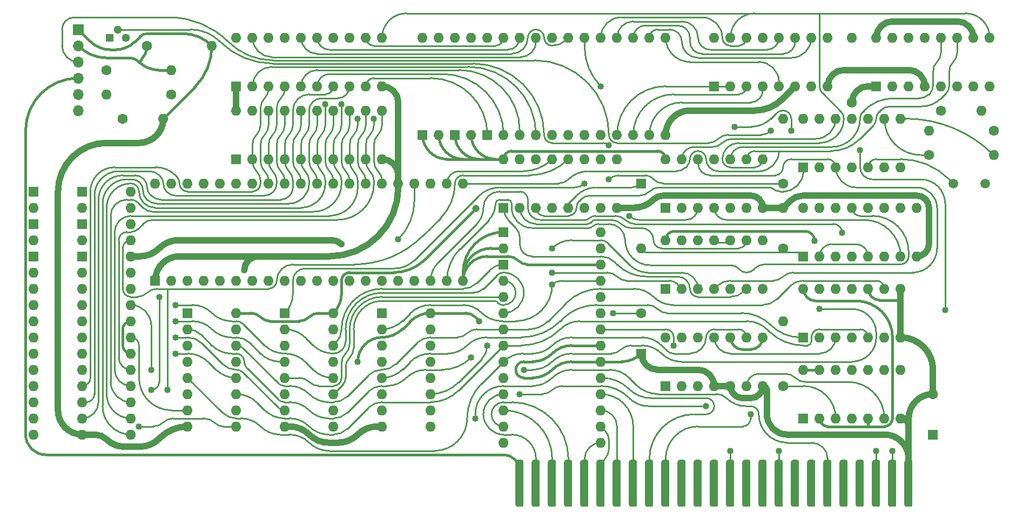
<source format=gbr>
G04 #@! TF.GenerationSoftware,KiCad,Pcbnew,(6.0.5-0)*
G04 #@! TF.CreationDate,2022-09-20T02:49:24-07:00*
G04 #@! TF.ProjectId,80ColumnCard,3830436f-6c75-46d6-9e43-6172642e6b69,rev?*
G04 #@! TF.SameCoordinates,Original*
G04 #@! TF.FileFunction,Copper,L2,Bot*
G04 #@! TF.FilePolarity,Positive*
%FSLAX46Y46*%
G04 Gerber Fmt 4.6, Leading zero omitted, Abs format (unit mm)*
G04 Created by KiCad (PCBNEW (6.0.5-0)) date 2022-09-20 02:49:24*
%MOMM*%
%LPD*%
G01*
G04 APERTURE LIST*
G04 Aperture macros list*
%AMRoundRect*
0 Rectangle with rounded corners*
0 $1 Rounding radius*
0 $2 $3 $4 $5 $6 $7 $8 $9 X,Y pos of 4 corners*
0 Add a 4 corners polygon primitive as box body*
4,1,4,$2,$3,$4,$5,$6,$7,$8,$9,$2,$3,0*
0 Add four circle primitives for the rounded corners*
1,1,$1+$1,$2,$3*
1,1,$1+$1,$4,$5*
1,1,$1+$1,$6,$7*
1,1,$1+$1,$8,$9*
0 Add four rect primitives between the rounded corners*
20,1,$1+$1,$2,$3,$4,$5,0*
20,1,$1+$1,$4,$5,$6,$7,0*
20,1,$1+$1,$6,$7,$8,$9,0*
20,1,$1+$1,$8,$9,$2,$3,0*%
G04 Aperture macros list end*
G04 #@! TA.AperFunction,ComponentPad*
%ADD10R,1.600000X1.600000*%
G04 #@! TD*
G04 #@! TA.AperFunction,ComponentPad*
%ADD11O,1.600000X1.600000*%
G04 #@! TD*
G04 #@! TA.AperFunction,ComponentPad*
%ADD12C,1.600000*%
G04 #@! TD*
G04 #@! TA.AperFunction,ComponentPad*
%ADD13R,1.300000X1.300000*%
G04 #@! TD*
G04 #@! TA.AperFunction,ComponentPad*
%ADD14C,1.300000*%
G04 #@! TD*
G04 #@! TA.AperFunction,ComponentPad*
%ADD15R,1.700000X1.700000*%
G04 #@! TD*
G04 #@! TA.AperFunction,ComponentPad*
%ADD16O,1.700000X1.700000*%
G04 #@! TD*
G04 #@! TA.AperFunction,ComponentPad*
%ADD17C,1.500000*%
G04 #@! TD*
G04 #@! TA.AperFunction,ConnectorPad*
%ADD18RoundRect,0.317500X-0.317500X-3.365500X0.317500X-3.365500X0.317500X3.365500X-0.317500X3.365500X0*%
G04 #@! TD*
G04 #@! TA.AperFunction,ViaPad*
%ADD19C,1.016000*%
G04 #@! TD*
G04 #@! TA.AperFunction,ViaPad*
%ADD20C,1.143000*%
G04 #@! TD*
G04 #@! TA.AperFunction,Conductor*
%ADD21C,0.250000*%
G04 #@! TD*
G04 #@! TA.AperFunction,Conductor*
%ADD22C,1.016000*%
G04 #@! TD*
G04 #@! TA.AperFunction,Conductor*
%ADD23C,0.381000*%
G04 #@! TD*
G04 APERTURE END LIST*
D10*
G04 #@! TO.P,U10W28,1,A14*
G04 #@! TO.N,+5V*
X95250000Y-86360000D03*
D11*
G04 #@! TO.P,U10W28,2,A12*
X95250000Y-88900000D03*
G04 #@! TO.P,U10W28,3,A7*
G04 #@! TO.N,/SRAM/RAMA5*
X95250000Y-91440000D03*
G04 #@! TO.P,U10W28,4,A6*
G04 #@! TO.N,/SRAM/RAMA3*
X95250000Y-93980000D03*
G04 #@! TO.P,U10W28,5,A5*
G04 #@! TO.N,/SRAM/RAMA0*
X95250000Y-96520000D03*
G04 #@! TO.P,U10W28,6,A4*
G04 #@! TO.N,/SRAM/RAMA2*
X95250000Y-99060000D03*
G04 #@! TO.P,U10W28,7,A3*
G04 #@! TO.N,/SRAM/RAMA10*
X95250000Y-101600000D03*
G04 #@! TO.P,U10W28,8,A2*
G04 #@! TO.N,/SRAM/RAMA6*
X95250000Y-104140000D03*
G04 #@! TO.P,U10W28,9,A1*
G04 #@! TO.N,/SRAM/RAMA8*
X95250000Y-106680000D03*
G04 #@! TO.P,U10W28,10,A0*
G04 #@! TO.N,/SRAM/RAMA9*
X95250000Y-109220000D03*
G04 #@! TO.P,U10W28,11,Q0*
G04 #@! TO.N,/E0*
X95250000Y-111760000D03*
G04 #@! TO.P,U10W28,12,Q1*
G04 #@! TO.N,/E1*
X95250000Y-114300000D03*
G04 #@! TO.P,U10W28,13,Q2*
G04 #@! TO.N,/E2*
X95250000Y-116840000D03*
G04 #@! TO.P,U10W28,14,GND*
G04 #@! TO.N,GND*
X95250000Y-119380000D03*
G04 #@! TO.P,U10W28,15,Q3*
G04 #@! TO.N,/E3*
X110490000Y-119380000D03*
G04 #@! TO.P,U10W28,16,Q4*
G04 #@! TO.N,/E4*
X110490000Y-116840000D03*
G04 #@! TO.P,U10W28,17,Q5*
G04 #@! TO.N,/E5*
X110490000Y-114300000D03*
G04 #@! TO.P,U10W28,18,Q6*
G04 #@! TO.N,/E6*
X110490000Y-111760000D03*
G04 #@! TO.P,U10W28,19,Q7*
G04 #@! TO.N,/E7*
X110490000Y-109220000D03*
G04 #@! TO.P,U10W28,20,~{CS}*
G04 #@! TO.N,GND*
X110490000Y-106680000D03*
G04 #@! TO.P,U10W28,21,A10*
G04 #@! TO.N,/SRAM/RAMA1*
X110490000Y-104140000D03*
G04 #@! TO.P,U10W28,22,~{OE}*
G04 #@! TO.N,GND*
X110490000Y-101600000D03*
G04 #@! TO.P,U10W28,23,A11*
G04 #@! TO.N,Net-(U10-Pad21)*
X110490000Y-99060000D03*
G04 #@! TO.P,U10W28,24,A9*
G04 #@! TO.N,/SRAM/RAMA7*
X110490000Y-96520000D03*
G04 #@! TO.P,U10W28,25,A8*
G04 #@! TO.N,/SRAM/RAMA4*
X110490000Y-93980000D03*
G04 #@! TO.P,U10W28,26,A13*
G04 #@! TO.N,+5V*
X110490000Y-91440000D03*
G04 #@! TO.P,U10W28,27,~{WE}*
G04 #@! TO.N,/SRAM/RAM_R{slash}~{W}*
X110490000Y-88900000D03*
G04 #@! TO.P,U10W28,28,VCC*
G04 #@! TO.N,+5V*
X110490000Y-86360000D03*
G04 #@! TD*
D10*
G04 #@! TO.P,U10W24,1,A7*
G04 #@! TO.N,/SRAM/RAMA5*
X95250000Y-91440000D03*
D11*
G04 #@! TO.P,U10W24,2,A6*
G04 #@! TO.N,/SRAM/RAMA3*
X95250000Y-93980000D03*
G04 #@! TO.P,U10W24,3,A5*
G04 #@! TO.N,/SRAM/RAMA0*
X95250000Y-96520000D03*
G04 #@! TO.P,U10W24,4,A4*
G04 #@! TO.N,/SRAM/RAMA2*
X95250000Y-99060000D03*
G04 #@! TO.P,U10W24,5,A3*
G04 #@! TO.N,/SRAM/RAMA10*
X95250000Y-101600000D03*
G04 #@! TO.P,U10W24,6,A2*
G04 #@! TO.N,/SRAM/RAMA6*
X95250000Y-104140000D03*
G04 #@! TO.P,U10W24,7,A1*
G04 #@! TO.N,/SRAM/RAMA8*
X95250000Y-106680000D03*
G04 #@! TO.P,U10W24,8,A0*
G04 #@! TO.N,/SRAM/RAMA9*
X95250000Y-109220000D03*
G04 #@! TO.P,U10W24,9,DQ1*
G04 #@! TO.N,/E0*
X95250000Y-111760000D03*
G04 #@! TO.P,U10W24,10,DQ2*
G04 #@! TO.N,/E1*
X95250000Y-114300000D03*
G04 #@! TO.P,U10W24,11,DQ3*
G04 #@! TO.N,/E2*
X95250000Y-116840000D03*
G04 #@! TO.P,U10W24,12,GND*
G04 #@! TO.N,GND*
X95250000Y-119380000D03*
G04 #@! TO.P,U10W24,13,DQ4*
G04 #@! TO.N,/E3*
X110490000Y-119380000D03*
G04 #@! TO.P,U10W24,14,DQ5*
G04 #@! TO.N,/E4*
X110490000Y-116840000D03*
G04 #@! TO.P,U10W24,15,DQ6*
G04 #@! TO.N,/E5*
X110490000Y-114300000D03*
G04 #@! TO.P,U10W24,16,DQ7*
G04 #@! TO.N,/E6*
X110490000Y-111760000D03*
G04 #@! TO.P,U10W24,17,DQ8*
G04 #@! TO.N,/E7*
X110490000Y-109220000D03*
G04 #@! TO.P,U10W24,18,~{CS}*
G04 #@! TO.N,GND*
X110490000Y-106680000D03*
G04 #@! TO.P,U10W24,19,A10*
G04 #@! TO.N,/SRAM/RAMA1*
X110490000Y-104140000D03*
G04 #@! TO.P,U10W24,20,~{OE}*
G04 #@! TO.N,GND*
X110490000Y-101600000D03*
G04 #@! TO.P,U10W24,21,~{WE}*
G04 #@! TO.N,Net-(U10-Pad21)*
X110490000Y-99060000D03*
G04 #@! TO.P,U10W24,22,A9*
G04 #@! TO.N,/SRAM/RAMA7*
X110490000Y-96520000D03*
G04 #@! TO.P,U10W24,23,A8*
G04 #@! TO.N,/SRAM/RAMA4*
X110490000Y-93980000D03*
G04 #@! TO.P,U10W24,24,VCC*
G04 #@! TO.N,+5V*
X110490000Y-91440000D03*
G04 #@! TD*
D10*
G04 #@! TO.P,U10W32,1,A17*
G04 #@! TO.N,+5V*
X95250000Y-81280000D03*
D11*
G04 #@! TO.P,U10W32,2,A16*
X95250000Y-83820000D03*
G04 #@! TO.P,U10W32,3,A14*
X95250000Y-86360000D03*
G04 #@! TO.P,U10W32,4,A12*
X95250000Y-88900000D03*
G04 #@! TO.P,U10W32,5,A7*
G04 #@! TO.N,/SRAM/RAMA5*
X95250000Y-91440000D03*
G04 #@! TO.P,U10W32,6,A6*
G04 #@! TO.N,/SRAM/RAMA3*
X95250000Y-93980000D03*
G04 #@! TO.P,U10W32,7,A5*
G04 #@! TO.N,/SRAM/RAMA0*
X95250000Y-96520000D03*
G04 #@! TO.P,U10W32,8,A4*
G04 #@! TO.N,/SRAM/RAMA2*
X95250000Y-99060000D03*
G04 #@! TO.P,U10W32,9,A3*
G04 #@! TO.N,/SRAM/RAMA10*
X95250000Y-101600000D03*
G04 #@! TO.P,U10W32,10,A2*
G04 #@! TO.N,/SRAM/RAMA6*
X95250000Y-104140000D03*
G04 #@! TO.P,U10W32,11,A1*
G04 #@! TO.N,/SRAM/RAMA8*
X95250000Y-106680000D03*
G04 #@! TO.P,U10W32,12,A0*
G04 #@! TO.N,/SRAM/RAMA9*
X95250000Y-109220000D03*
G04 #@! TO.P,U10W32,13,I/O0*
G04 #@! TO.N,/E0*
X95250000Y-111760000D03*
G04 #@! TO.P,U10W32,14,I/O1*
G04 #@! TO.N,/E1*
X95250000Y-114300000D03*
G04 #@! TO.P,U10W32,15,I/O2*
G04 #@! TO.N,/E2*
X95250000Y-116840000D03*
G04 #@! TO.P,U10W32,16,GND*
G04 #@! TO.N,GND*
X95250000Y-119380000D03*
G04 #@! TO.P,U10W32,17,I/O3*
G04 #@! TO.N,/E3*
X110490000Y-119380000D03*
G04 #@! TO.P,U10W32,18,I/O4*
G04 #@! TO.N,/E4*
X110490000Y-116840000D03*
G04 #@! TO.P,U10W32,19,I/O5*
G04 #@! TO.N,/E5*
X110490000Y-114300000D03*
G04 #@! TO.P,U10W32,20,I/O6*
G04 #@! TO.N,/E6*
X110490000Y-111760000D03*
G04 #@! TO.P,U10W32,21,I/O7*
G04 #@! TO.N,/E7*
X110490000Y-109220000D03*
G04 #@! TO.P,U10W32,22,~{CE}*
G04 #@! TO.N,GND*
X110490000Y-106680000D03*
G04 #@! TO.P,U10W32,23,A10*
G04 #@! TO.N,/SRAM/RAMA1*
X110490000Y-104140000D03*
G04 #@! TO.P,U10W32,24,~{OE}*
G04 #@! TO.N,GND*
X110490000Y-101600000D03*
G04 #@! TO.P,U10W32,25,A11*
G04 #@! TO.N,Net-(U10-Pad21)*
X110490000Y-99060000D03*
G04 #@! TO.P,U10W32,26,A9*
G04 #@! TO.N,/SRAM/RAMA7*
X110490000Y-96520000D03*
G04 #@! TO.P,U10W32,27,A8*
G04 #@! TO.N,/SRAM/RAMA4*
X110490000Y-93980000D03*
G04 #@! TO.P,U10W32,28,A13*
G04 #@! TO.N,+5V*
X110490000Y-91440000D03*
G04 #@! TO.P,U10W32,29,~{WE}*
G04 #@! TO.N,/SRAM/RAM_R{slash}~{W}*
X110490000Y-88900000D03*
G04 #@! TO.P,U10W32,30,A18*
G04 #@! TO.N,+5V*
X110490000Y-86360000D03*
G04 #@! TO.P,U10W32,31,A15*
X110490000Y-83820000D03*
G04 #@! TO.P,U10W32,32,VDD*
X110490000Y-81280000D03*
G04 #@! TD*
D10*
G04 #@! TO.P,U10N32,1,A17*
G04 #@! TO.N,+5V*
X102870000Y-81280000D03*
D11*
G04 #@! TO.P,U10N32,2,A16*
X102870000Y-83820000D03*
G04 #@! TO.P,U10N32,3,A14*
X102870000Y-86360000D03*
G04 #@! TO.P,U10N32,4,A12*
X102870000Y-88900000D03*
G04 #@! TO.P,U10N32,5,A7*
G04 #@! TO.N,/SRAM/RAMA5*
X102870000Y-91440000D03*
G04 #@! TO.P,U10N32,6,A6*
G04 #@! TO.N,/SRAM/RAMA3*
X102870000Y-93980000D03*
G04 #@! TO.P,U10N32,7,A5*
G04 #@! TO.N,/SRAM/RAMA0*
X102870000Y-96520000D03*
G04 #@! TO.P,U10N32,8,A4*
G04 #@! TO.N,/SRAM/RAMA2*
X102870000Y-99060000D03*
G04 #@! TO.P,U10N32,9,A3*
G04 #@! TO.N,/SRAM/RAMA10*
X102870000Y-101600000D03*
G04 #@! TO.P,U10N32,10,A2*
G04 #@! TO.N,/SRAM/RAMA6*
X102870000Y-104140000D03*
G04 #@! TO.P,U10N32,11,A1*
G04 #@! TO.N,/SRAM/RAMA8*
X102870000Y-106680000D03*
G04 #@! TO.P,U10N32,12,A0*
G04 #@! TO.N,/SRAM/RAMA9*
X102870000Y-109220000D03*
G04 #@! TO.P,U10N32,13,I/O0*
G04 #@! TO.N,/E0*
X102870000Y-111760000D03*
G04 #@! TO.P,U10N32,14,I/O1*
G04 #@! TO.N,/E1*
X102870000Y-114300000D03*
G04 #@! TO.P,U10N32,15,I/O2*
G04 #@! TO.N,/E2*
X102870000Y-116840000D03*
G04 #@! TO.P,U10N32,16,GND*
G04 #@! TO.N,GND*
X102870000Y-119380000D03*
G04 #@! TO.P,U10N32,17,I/O3*
G04 #@! TO.N,/E3*
X110490000Y-119380000D03*
G04 #@! TO.P,U10N32,18,I/O4*
G04 #@! TO.N,/E4*
X110490000Y-116840000D03*
G04 #@! TO.P,U10N32,19,I/O5*
G04 #@! TO.N,/E5*
X110490000Y-114300000D03*
G04 #@! TO.P,U10N32,20,I/O6*
G04 #@! TO.N,/E6*
X110490000Y-111760000D03*
G04 #@! TO.P,U10N32,21,I/O7*
G04 #@! TO.N,/E7*
X110490000Y-109220000D03*
G04 #@! TO.P,U10N32,22,~{CE}*
G04 #@! TO.N,GND*
X110490000Y-106680000D03*
G04 #@! TO.P,U10N32,23,A10*
G04 #@! TO.N,/SRAM/RAMA1*
X110490000Y-104140000D03*
G04 #@! TO.P,U10N32,24,~{OE}*
G04 #@! TO.N,GND*
X110490000Y-101600000D03*
G04 #@! TO.P,U10N32,25,A11*
G04 #@! TO.N,Net-(U10-Pad21)*
X110490000Y-99060000D03*
G04 #@! TO.P,U10N32,26,A9*
G04 #@! TO.N,/SRAM/RAMA7*
X110490000Y-96520000D03*
G04 #@! TO.P,U10N32,27,A8*
G04 #@! TO.N,/SRAM/RAMA4*
X110490000Y-93980000D03*
G04 #@! TO.P,U10N32,28,A13*
G04 #@! TO.N,+5V*
X110490000Y-91440000D03*
G04 #@! TO.P,U10N32,29,~{WE}*
G04 #@! TO.N,/SRAM/RAM_R{slash}~{W}*
X110490000Y-88900000D03*
G04 #@! TO.P,U10N32,30,A18*
G04 #@! TO.N,+5V*
X110490000Y-86360000D03*
G04 #@! TO.P,U10N32,31,A15*
X110490000Y-83820000D03*
G04 #@! TO.P,U10N32,32,VDD*
X110490000Y-81280000D03*
G04 #@! TD*
D10*
G04 #@! TO.P,U14,1,S*
G04 #@! TO.N,/RAM_~{A}{slash}B*
X119380000Y-100330000D03*
D11*
G04 #@! TO.P,U14,2,I0a*
G04 #@! TO.N,/A0*
X119380000Y-102870000D03*
G04 #@! TO.P,U14,3,I1a*
G04 #@! TO.N,/B0*
X119380000Y-105410000D03*
G04 #@! TO.P,U14,4,Za*
G04 #@! TO.N,/SRAM/RAMA0*
X119380000Y-107950000D03*
G04 #@! TO.P,U14,5,I0b*
G04 #@! TO.N,/A1*
X119380000Y-110490000D03*
G04 #@! TO.P,U14,6,I1b*
G04 #@! TO.N,/B1*
X119380000Y-113030000D03*
G04 #@! TO.P,U14,7,Zb*
G04 #@! TO.N,/SRAM/RAMA1*
X119380000Y-115570000D03*
G04 #@! TO.P,U14,8,GND*
G04 #@! TO.N,GND*
X119380000Y-118110000D03*
G04 #@! TO.P,U14,9,Zc*
G04 #@! TO.N,/SRAM/RAMA2*
X127000000Y-118110000D03*
G04 #@! TO.P,U14,10,I1c*
G04 #@! TO.N,/B2*
X127000000Y-115570000D03*
G04 #@! TO.P,U14,11,I0c*
G04 #@! TO.N,/A2*
X127000000Y-113030000D03*
G04 #@! TO.P,U14,12,Zd*
G04 #@! TO.N,/SRAM/RAMA3*
X127000000Y-110490000D03*
G04 #@! TO.P,U14,13,I1d*
G04 #@! TO.N,/B3*
X127000000Y-107950000D03*
G04 #@! TO.P,U14,14,I0d*
G04 #@! TO.N,/A3*
X127000000Y-105410000D03*
G04 #@! TO.P,U14,15,E*
G04 #@! TO.N,GND*
X127000000Y-102870000D03*
G04 #@! TO.P,U14,16,VCC*
G04 #@! TO.N,+5V*
X127000000Y-100330000D03*
G04 #@! TD*
D12*
G04 #@! TO.P,C3,1*
G04 #@! TO.N,Net-(C3-Pad1)*
X237490000Y-68580000D03*
D11*
G04 #@! TO.P,C3,2*
G04 #@! TO.N,Net-(C3-Pad2)*
X243840000Y-68580000D03*
G04 #@! TD*
D13*
G04 #@! TO.P,Q1,1,E*
G04 #@! TO.N,Net-(Q1-Pad1)*
X107188000Y-57150000D03*
D14*
G04 #@! TO.P,Q1,2,B*
G04 #@! TO.N,Net-(Q1-Pad2)*
X108458000Y-55880000D03*
G04 #@! TO.P,Q1,3,C*
G04 #@! TO.N,Net-(Q1-Pad3)*
X109728000Y-57150000D03*
G04 #@! TD*
D10*
G04 #@! TO.P,U21,1,Ds*
G04 #@! TO.N,/ROMD0*
X201930000Y-64770000D03*
D11*
G04 #@! TO.P,U21,2,A*
X204470000Y-64770000D03*
G04 #@! TO.P,U21,3,B*
G04 #@! TO.N,/ROMD1*
X207010000Y-64770000D03*
G04 #@! TO.P,U21,4,C*
G04 #@! TO.N,/ROMD2*
X209550000Y-64770000D03*
G04 #@! TO.P,U21,5,D*
G04 #@! TO.N,/ROMD3*
X212090000Y-64770000D03*
G04 #@! TO.P,U21,6,CE*
G04 #@! TO.N,GND*
X214630000Y-64770000D03*
G04 #@! TO.P,U21,7,Clk*
G04 #@! TO.N,Net-(U21-Pad7)*
X217170000Y-64770000D03*
G04 #@! TO.P,U21,8,GND*
G04 #@! TO.N,GND*
X219710000Y-64770000D03*
G04 #@! TO.P,U21,9,Clr*
G04 #@! TO.N,Net-(R8-Pad2)*
X219710000Y-57150000D03*
G04 #@! TO.P,U21,10,E*
G04 #@! TO.N,/ROMD4*
X217170000Y-57150000D03*
G04 #@! TO.P,U21,11,F*
G04 #@! TO.N,/ROMD5*
X214630000Y-57150000D03*
G04 #@! TO.P,U21,12,G*
G04 #@! TO.N,/ROMD6*
X212090000Y-57150000D03*
G04 #@! TO.P,U21,13,Qh*
G04 #@! TO.N,Net-(U1-Pad10)*
X209550000Y-57150000D03*
G04 #@! TO.P,U21,14,H*
G04 #@! TO.N,/ROMD7*
X207010000Y-57150000D03*
G04 #@! TO.P,U21,15,PE*
G04 #@! TO.N,Net-(U18-Pad11)*
X204470000Y-57150000D03*
G04 #@! TO.P,U21,16,VCC*
G04 #@! TO.N,+5V*
X201930000Y-57150000D03*
G04 #@! TD*
D10*
G04 #@! TO.P,U2,1*
G04 #@! TO.N,Net-(R10-Pad2)*
X194310000Y-96520000D03*
D11*
G04 #@! TO.P,U2,2*
G04 #@! TO.N,/VSYNC*
X196850000Y-96520000D03*
G04 #@! TO.P,U2,3*
G04 #@! TO.N,/HSYNC*
X199390000Y-96520000D03*
G04 #@! TO.P,U2,4*
G04 #@! TO.N,Net-(U2-Pad4)*
X201930000Y-96520000D03*
G04 #@! TO.P,U2,5*
G04 #@! TO.N,Net-(U2-Pad5)*
X204470000Y-96520000D03*
G04 #@! TO.P,U2,6*
G04 #@! TO.N,/~{IO_STROBE}*
X207010000Y-96520000D03*
G04 #@! TO.P,U2,7,GND*
G04 #@! TO.N,GND*
X209550000Y-96520000D03*
G04 #@! TO.P,U2,8*
G04 #@! TO.N,Net-(U2-Pad8)*
X209550000Y-88900000D03*
G04 #@! TO.P,U2,9*
G04 #@! TO.N,/A10*
X207010000Y-88900000D03*
G04 #@! TO.P,U2,10*
G04 #@! TO.N,Net-(U2-Pad10)*
X204470000Y-88900000D03*
G04 #@! TO.P,U2,11*
X201930000Y-88900000D03*
G04 #@! TO.P,U2,12*
G04 #@! TO.N,Net-(U1-Pad6)*
X199390000Y-88900000D03*
G04 #@! TO.P,U2,13*
G04 #@! TO.N,/Firmware/~{OE}*
X196850000Y-88900000D03*
G04 #@! TO.P,U2,14,VCC*
G04 #@! TO.N,+5V*
X194310000Y-88900000D03*
G04 #@! TD*
D10*
G04 #@! TO.P,C4,1*
G04 #@! TO.N,+5V*
X236220000Y-119380000D03*
D12*
G04 #@! TO.P,C4,2*
G04 #@! TO.N,GND*
X236220000Y-113030000D03*
G04 #@! TD*
D10*
G04 #@! TO.P,U20,1,A7*
G04 #@! TO.N,/ROMA3*
X166370000Y-72390000D03*
D11*
G04 #@! TO.P,U20,2,A6*
G04 #@! TO.N,/ROMA2*
X168910000Y-72390000D03*
G04 #@! TO.P,U20,3,A5*
G04 #@! TO.N,/ROMA1*
X171450000Y-72390000D03*
G04 #@! TO.P,U20,4,A4*
G04 #@! TO.N,/ROMA0*
X173990000Y-72390000D03*
G04 #@! TO.P,U20,5,A3*
G04 #@! TO.N,/RA3*
X176530000Y-72390000D03*
G04 #@! TO.P,U20,6,A2*
G04 #@! TO.N,/RA2*
X179070000Y-72390000D03*
G04 #@! TO.P,U20,7,A1*
G04 #@! TO.N,/RA1*
X181610000Y-72390000D03*
G04 #@! TO.P,U20,8,A0*
G04 #@! TO.N,/RA0*
X184150000Y-72390000D03*
G04 #@! TO.P,U20,9,D0*
G04 #@! TO.N,/ROMD0*
X186690000Y-72390000D03*
G04 #@! TO.P,U20,10,D1*
G04 #@! TO.N,/ROMD1*
X189230000Y-72390000D03*
G04 #@! TO.P,U20,11,D2*
G04 #@! TO.N,/ROMD2*
X191770000Y-72390000D03*
G04 #@! TO.P,U20,12,GND*
G04 #@! TO.N,GND*
X194310000Y-72390000D03*
G04 #@! TO.P,U20,13,D3*
G04 #@! TO.N,/ROMD3*
X194310000Y-57150000D03*
G04 #@! TO.P,U20,14,D4*
G04 #@! TO.N,/ROMD4*
X191770000Y-57150000D03*
G04 #@! TO.P,U20,15,D5*
G04 #@! TO.N,/ROMD5*
X189230000Y-57150000D03*
G04 #@! TO.P,U20,16,D6*
G04 #@! TO.N,/ROMD6*
X186690000Y-57150000D03*
G04 #@! TO.P,U20,17,D7*
G04 #@! TO.N,/ROMD7*
X184150000Y-57150000D03*
G04 #@! TO.P,U20,18,~{CE}*
G04 #@! TO.N,GND*
X181610000Y-57150000D03*
G04 #@! TO.P,U20,19,A10*
G04 #@! TO.N,/ROMA6*
X179070000Y-57150000D03*
G04 #@! TO.P,U20,20,~{G}VPP*
G04 #@! TO.N,GND*
X176530000Y-57150000D03*
G04 #@! TO.P,U20,21,A11*
G04 #@! TO.N,/ROMA7*
X173990000Y-57150000D03*
G04 #@! TO.P,U20,22,A9*
G04 #@! TO.N,/ROMA5*
X171450000Y-57150000D03*
G04 #@! TO.P,U20,23,A8*
G04 #@! TO.N,/ROMA4*
X168910000Y-57150000D03*
G04 #@! TO.P,U20,24,VCC*
G04 #@! TO.N,+5V*
X166370000Y-57150000D03*
G04 #@! TD*
D10*
G04 #@! TO.P,U4,1*
G04 #@! TO.N,/A9*
X215900000Y-77470000D03*
D11*
G04 #@! TO.P,U4,2*
G04 #@! TO.N,Net-(U4-Pad2)*
X218440000Y-77470000D03*
G04 #@! TO.P,U4,3*
G04 #@! TO.N,Net-(U2-Pad4)*
X220980000Y-77470000D03*
G04 #@! TO.P,U4,4*
G04 #@! TO.N,Net-(U2-Pad8)*
X223520000Y-77470000D03*
G04 #@! TO.P,U4,5*
G04 #@! TO.N,Net-(R1-Pad1)*
X226060000Y-77470000D03*
G04 #@! TO.P,U4,6*
G04 #@! TO.N,Net-(C3-Pad1)*
X228600000Y-77470000D03*
G04 #@! TO.P,U4,7,GND*
G04 #@! TO.N,GND*
X231140000Y-77470000D03*
G04 #@! TO.P,U4,8*
G04 #@! TO.N,Net-(R2-Pad2)*
X231140000Y-69850000D03*
G04 #@! TO.P,U4,9*
G04 #@! TO.N,Net-(C3-Pad2)*
X228600000Y-69850000D03*
G04 #@! TO.P,U4,10*
G04 #@! TO.N,Net-(U21-Pad7)*
X226060000Y-69850000D03*
G04 #@! TO.P,U4,11*
G04 #@! TO.N,Net-(R2-Pad2)*
X223520000Y-69850000D03*
G04 #@! TO.P,U4,12*
G04 #@! TO.N,Net-(U4-Pad12)*
X220980000Y-69850000D03*
G04 #@! TO.P,U4,13*
G04 #@! TO.N,Net-(CR1-Pad1)*
X218440000Y-69850000D03*
G04 #@! TO.P,U4,14,VCC*
G04 #@! TO.N,+5V*
X215900000Y-69850000D03*
G04 #@! TD*
D10*
G04 #@! TO.P,U9,1,E*
G04 #@! TO.N,/~{IO_STROBE}*
X168910000Y-83820000D03*
D11*
G04 #@! TO.P,U9,2,A0*
G04 #@! TO.N,/A10*
X171450000Y-83820000D03*
G04 #@! TO.P,U9,3,A1*
G04 #@! TO.N,/A9*
X173990000Y-83820000D03*
G04 #@! TO.P,U9,4,O0*
G04 #@! TO.N,unconnected-(U9-Pad4)*
X176530000Y-83820000D03*
G04 #@! TO.P,U9,5,O1*
G04 #@! TO.N,Net-(CR1-Pad1)*
X179070000Y-83820000D03*
G04 #@! TO.P,U9,6,O2*
G04 #@! TO.N,unconnected-(U9-Pad6)*
X181610000Y-83820000D03*
G04 #@! TO.P,U9,7,O3*
G04 #@! TO.N,Net-(U7-Pad3)*
X184150000Y-83820000D03*
G04 #@! TO.P,U9,8,GND*
G04 #@! TO.N,GND*
X186690000Y-83820000D03*
G04 #@! TO.P,U9,9,O3*
G04 #@! TO.N,unconnected-(U9-Pad9)*
X186690000Y-76200000D03*
G04 #@! TO.P,U9,10,O2*
G04 #@! TO.N,unconnected-(U9-Pad10)*
X184150000Y-76200000D03*
G04 #@! TO.P,U9,11,O1*
G04 #@! TO.N,unconnected-(U9-Pad11)*
X181610000Y-76200000D03*
G04 #@! TO.P,U9,12,O0*
G04 #@! TO.N,/SRAM/RAM_R{slash}~{W}*
X179070000Y-76200000D03*
G04 #@! TO.P,U9,13,A1*
G04 #@! TO.N,/R{slash}~{W}*
X176530000Y-76200000D03*
G04 #@! TO.P,U9,14,A0*
G04 #@! TO.N,/RAM_~{A}{slash}B*
X173990000Y-76200000D03*
G04 #@! TO.P,U9,15,E*
G04 #@! TO.N,/Q3*
X171450000Y-76200000D03*
G04 #@! TO.P,U9,16,VCC*
G04 #@! TO.N,+5V*
X168910000Y-76200000D03*
G04 #@! TD*
D10*
G04 #@! TO.P,U20C1,1,VPP*
G04 #@! TO.N,+5V*
X156210000Y-72390000D03*
D11*
G04 #@! TO.P,U20C1,2,A16*
X158750000Y-72390000D03*
G04 #@! TO.P,U20C1,3,A15*
X161290000Y-72390000D03*
G04 #@! TO.P,U20C1,4,A12*
X163830000Y-72390000D03*
G04 #@! TO.P,U20C1,5,A7*
G04 #@! TO.N,/ROMA3*
X166370000Y-72390000D03*
G04 #@! TO.P,U20C1,6,A6*
G04 #@! TO.N,/ROMA2*
X168910000Y-72390000D03*
G04 #@! TO.P,U20C1,7,A5*
G04 #@! TO.N,/ROMA1*
X171450000Y-72390000D03*
G04 #@! TO.P,U20C1,8,A4*
G04 #@! TO.N,/ROMA0*
X173990000Y-72390000D03*
G04 #@! TO.P,U20C1,9,A3*
G04 #@! TO.N,/RA3*
X176530000Y-72390000D03*
G04 #@! TO.P,U20C1,10,A2*
G04 #@! TO.N,/RA2*
X179070000Y-72390000D03*
G04 #@! TO.P,U20C1,11,A1*
G04 #@! TO.N,/RA1*
X181610000Y-72390000D03*
G04 #@! TO.P,U20C1,12,A0*
G04 #@! TO.N,/RA0*
X184150000Y-72390000D03*
G04 #@! TO.P,U20C1,13,D0*
G04 #@! TO.N,/ROMD0*
X186690000Y-72390000D03*
G04 #@! TO.P,U20C1,14,D1*
G04 #@! TO.N,/ROMD1*
X189230000Y-72390000D03*
G04 #@! TO.P,U20C1,15,D2*
G04 #@! TO.N,/ROMD2*
X191770000Y-72390000D03*
G04 #@! TO.P,U20C1,16,GND*
G04 #@! TO.N,GND*
X194310000Y-72390000D03*
G04 #@! TO.P,U20C1,17,D3*
G04 #@! TO.N,/ROMD3*
X194310000Y-57150000D03*
G04 #@! TO.P,U20C1,18,D4*
G04 #@! TO.N,/ROMD4*
X191770000Y-57150000D03*
G04 #@! TO.P,U20C1,19,D5*
G04 #@! TO.N,/ROMD5*
X189230000Y-57150000D03*
G04 #@! TO.P,U20C1,20,D6*
G04 #@! TO.N,/ROMD6*
X186690000Y-57150000D03*
G04 #@! TO.P,U20C1,21,D7*
G04 #@! TO.N,/ROMD7*
X184150000Y-57150000D03*
G04 #@! TO.P,U20C1,22,~{CE}*
G04 #@! TO.N,GND*
X181610000Y-57150000D03*
G04 #@! TO.P,U20C1,23,A10*
G04 #@! TO.N,/ROMA6*
X179070000Y-57150000D03*
G04 #@! TO.P,U20C1,24,~{OE}*
G04 #@! TO.N,GND*
X176530000Y-57150000D03*
G04 #@! TO.P,U20C1,25,A11*
G04 #@! TO.N,/ROMA7*
X173990000Y-57150000D03*
G04 #@! TO.P,U20C1,26,A9*
G04 #@! TO.N,/ROMA5*
X171450000Y-57150000D03*
G04 #@! TO.P,U20C1,27,A8*
G04 #@! TO.N,/ROMA4*
X168910000Y-57150000D03*
G04 #@! TO.P,U20C1,28,A13*
G04 #@! TO.N,+5V*
X166370000Y-57150000D03*
G04 #@! TO.P,U20C1,29,A14*
X163830000Y-57150000D03*
G04 #@! TO.P,U20C1,30,A17*
X161290000Y-57150000D03*
G04 #@! TO.P,U20C1,31,~{PGM}*
X158750000Y-57150000D03*
G04 #@! TO.P,U20C1,32,VCC*
X156210000Y-57150000D03*
G04 #@! TD*
D10*
G04 #@! TO.P,U5,1,A->B*
G04 #@! TO.N,/R{slash}~{W}*
X127000000Y-76200000D03*
D11*
G04 #@! TO.P,U5,2,A0*
G04 #@! TO.N,/E0*
X129540000Y-76200000D03*
G04 #@! TO.P,U5,3,A1*
G04 #@! TO.N,/E1*
X132080000Y-76200000D03*
G04 #@! TO.P,U5,4,A2*
G04 #@! TO.N,/E2*
X134620000Y-76200000D03*
G04 #@! TO.P,U5,5,A3*
G04 #@! TO.N,/E3*
X137160000Y-76200000D03*
G04 #@! TO.P,U5,6,A4*
G04 #@! TO.N,/E4*
X139700000Y-76200000D03*
G04 #@! TO.P,U5,7,A5*
G04 #@! TO.N,/E5*
X142240000Y-76200000D03*
G04 #@! TO.P,U5,8,A6*
G04 #@! TO.N,/E6*
X144780000Y-76200000D03*
G04 #@! TO.P,U5,9,A7*
G04 #@! TO.N,/E7*
X147320000Y-76200000D03*
G04 #@! TO.P,U5,10,GND*
G04 #@! TO.N,GND*
X149860000Y-76200000D03*
G04 #@! TO.P,U5,11,B7*
G04 #@! TO.N,/D7*
X149860000Y-68580000D03*
G04 #@! TO.P,U5,12,B6*
G04 #@! TO.N,/D6*
X147320000Y-68580000D03*
G04 #@! TO.P,U5,13,B5*
G04 #@! TO.N,/D5*
X144780000Y-68580000D03*
G04 #@! TO.P,U5,14,B4*
G04 #@! TO.N,/D4*
X142240000Y-68580000D03*
G04 #@! TO.P,U5,15,B3*
G04 #@! TO.N,/D3*
X139700000Y-68580000D03*
G04 #@! TO.P,U5,16,B2*
G04 #@! TO.N,/D2*
X137160000Y-68580000D03*
G04 #@! TO.P,U5,17,B1*
G04 #@! TO.N,/D1*
X134620000Y-68580000D03*
G04 #@! TO.P,U5,18,B0*
G04 #@! TO.N,/D0*
X132080000Y-68580000D03*
G04 #@! TO.P,U5,19,CE*
G04 #@! TO.N,/RAM_~{A}{slash}B*
X129540000Y-68580000D03*
G04 #@! TO.P,U5,20,VCC*
G04 #@! TO.N,+5V*
X127000000Y-68580000D03*
G04 #@! TD*
D10*
G04 #@! TO.P,U3W28,1,VPP*
G04 #@! TO.N,+5V*
X168910000Y-87630000D03*
D11*
G04 #@! TO.P,U3W28,2,A12*
X168910000Y-90170000D03*
G04 #@! TO.P,U3W28,3,A7*
G04 #@! TO.N,/A7*
X168910000Y-92710000D03*
G04 #@! TO.P,U3W28,4,A6*
G04 #@! TO.N,/A6*
X168910000Y-95250000D03*
G04 #@! TO.P,U3W28,5,A5*
G04 #@! TO.N,/A5*
X168910000Y-97790000D03*
G04 #@! TO.P,U3W28,6,A4*
G04 #@! TO.N,/A4*
X168910000Y-100330000D03*
G04 #@! TO.P,U3W28,7,A3*
G04 #@! TO.N,/A3*
X168910000Y-102870000D03*
G04 #@! TO.P,U3W28,8,A2*
G04 #@! TO.N,/A2*
X168910000Y-105410000D03*
G04 #@! TO.P,U3W28,9,A1*
G04 #@! TO.N,/A1*
X168910000Y-107950000D03*
G04 #@! TO.P,U3W28,10,A0*
G04 #@! TO.N,/A0*
X168910000Y-110490000D03*
G04 #@! TO.P,U3W28,11,D0*
G04 #@! TO.N,/D0*
X168910000Y-113030000D03*
G04 #@! TO.P,U3W28,12,D1*
G04 #@! TO.N,/D1*
X168910000Y-115570000D03*
G04 #@! TO.P,U3W28,13,D2*
G04 #@! TO.N,/D2*
X168910000Y-118110000D03*
G04 #@! TO.P,U3W28,14,GND*
G04 #@! TO.N,GND*
X168910000Y-120650000D03*
G04 #@! TO.P,U3W28,15,D3*
G04 #@! TO.N,/D3*
X184150000Y-120650000D03*
G04 #@! TO.P,U3W28,16,D4*
G04 #@! TO.N,/D4*
X184150000Y-118110000D03*
G04 #@! TO.P,U3W28,17,D5*
G04 #@! TO.N,/D5*
X184150000Y-115570000D03*
G04 #@! TO.P,U3W28,18,D6*
G04 #@! TO.N,/D6*
X184150000Y-113030000D03*
G04 #@! TO.P,U3W28,19,D7*
G04 #@! TO.N,/D7*
X184150000Y-110490000D03*
G04 #@! TO.P,U3W28,20,~{CE}*
G04 #@! TO.N,GND*
X184150000Y-107950000D03*
G04 #@! TO.P,U3W28,21,A10*
X184150000Y-105410000D03*
G04 #@! TO.P,U3W28,22,~{OE}*
G04 #@! TO.N,/Firmware/~{OE}*
X184150000Y-102870000D03*
G04 #@! TO.P,U3W28,23,A11*
G04 #@! TO.N,+5V*
X184150000Y-100330000D03*
G04 #@! TO.P,U3W28,24,A9*
G04 #@! TO.N,/Firmware/A9*
X184150000Y-97790000D03*
G04 #@! TO.P,U3W28,25,A8*
G04 #@! TO.N,/A8*
X184150000Y-95250000D03*
G04 #@! TO.P,U3W28,26,NC*
G04 #@! TO.N,+5V*
X184150000Y-92710000D03*
G04 #@! TO.P,U3W28,27,~{PGM}*
X184150000Y-90170000D03*
G04 #@! TO.P,U3W28,28,VCC*
X184150000Y-87630000D03*
G04 #@! TD*
D12*
G04 #@! TO.P,R8,1*
G04 #@! TO.N,+5V*
X223520000Y-67310000D03*
D11*
G04 #@! TO.P,R8,2*
G04 #@! TO.N,Net-(R8-Pad2)*
X223520000Y-57150000D03*
G04 #@! TD*
D12*
G04 #@! TO.P,R10,1*
G04 #@! TO.N,Net-(Q1-Pad2)*
X212725000Y-80010000D03*
D11*
G04 #@! TO.P,R10,2*
G04 #@! TO.N,Net-(R10-Pad2)*
X212725000Y-69850000D03*
G04 #@! TD*
D10*
G04 #@! TO.P,U22,1,~{Mr}*
G04 #@! TO.N,Net-(C2-Pad1)*
X215900000Y-91440000D03*
D11*
G04 #@! TO.P,U22,2,Q0*
G04 #@! TO.N,Net-(U22-Pad2)*
X218440000Y-91440000D03*
G04 #@! TO.P,U22,3,~{Q0}*
G04 #@! TO.N,unconnected-(U22-Pad3)*
X220980000Y-91440000D03*
G04 #@! TO.P,U22,4,D0*
G04 #@! TO.N,Net-(U19-Pad18)*
X223520000Y-91440000D03*
G04 #@! TO.P,U22,5,D1*
G04 #@! TO.N,Net-(U22-Pad2)*
X226060000Y-91440000D03*
G04 #@! TO.P,U22,6,~{Q1}*
G04 #@! TO.N,unconnected-(U22-Pad6)*
X228600000Y-91440000D03*
G04 #@! TO.P,U22,7,Q1*
G04 #@! TO.N,Net-(U22-Pad7)*
X231140000Y-91440000D03*
G04 #@! TO.P,U22,8,GND*
G04 #@! TO.N,GND*
X233680000Y-91440000D03*
G04 #@! TO.P,U22,9,Cp*
G04 #@! TO.N,Net-(U18-Pad11)*
X233680000Y-83820000D03*
G04 #@! TO.P,U22,10,Q2*
G04 #@! TO.N,Net-(U22-Pad10)*
X231140000Y-83820000D03*
G04 #@! TO.P,U22,11,~{Q2}*
G04 #@! TO.N,Net-(U22-Pad11)*
X228600000Y-83820000D03*
G04 #@! TO.P,U22,12,D2*
G04 #@! TO.N,Net-(U22-Pad12)*
X226060000Y-83820000D03*
G04 #@! TO.P,U22,13,D3*
G04 #@! TO.N,Net-(U19-Pad19)*
X223520000Y-83820000D03*
G04 #@! TO.P,U22,14,~{Q3}*
G04 #@! TO.N,unconnected-(U22-Pad14)*
X220980000Y-83820000D03*
G04 #@! TO.P,U22,15,Q3*
G04 #@! TO.N,Net-(U22-Pad15)*
X218440000Y-83820000D03*
G04 #@! TO.P,U22,16,VCC*
G04 #@! TO.N,+5V*
X215900000Y-83820000D03*
G04 #@! TD*
D10*
G04 #@! TO.P,U15,1,S*
G04 #@! TO.N,/RAM_~{A}{slash}B*
X134620000Y-100330000D03*
D11*
G04 #@! TO.P,U15,2,I0a*
G04 #@! TO.N,/A4*
X134620000Y-102870000D03*
G04 #@! TO.P,U15,3,I1a*
G04 #@! TO.N,/B4*
X134620000Y-105410000D03*
G04 #@! TO.P,U15,4,Za*
G04 #@! TO.N,/SRAM/RAMA4*
X134620000Y-107950000D03*
G04 #@! TO.P,U15,5,I0b*
G04 #@! TO.N,/A5*
X134620000Y-110490000D03*
G04 #@! TO.P,U15,6,I1b*
G04 #@! TO.N,/B5*
X134620000Y-113030000D03*
G04 #@! TO.P,U15,7,Zb*
G04 #@! TO.N,/SRAM/RAMA5*
X134620000Y-115570000D03*
G04 #@! TO.P,U15,8,GND*
G04 #@! TO.N,GND*
X134620000Y-118110000D03*
G04 #@! TO.P,U15,9,Zc*
G04 #@! TO.N,/SRAM/RAMA6*
X142240000Y-118110000D03*
G04 #@! TO.P,U15,10,I1c*
G04 #@! TO.N,/B6*
X142240000Y-115570000D03*
G04 #@! TO.P,U15,11,I0c*
G04 #@! TO.N,/A6*
X142240000Y-113030000D03*
G04 #@! TO.P,U15,12,Zd*
G04 #@! TO.N,/SRAM/RAMA7*
X142240000Y-110490000D03*
G04 #@! TO.P,U15,13,I1d*
G04 #@! TO.N,/B7*
X142240000Y-107950000D03*
G04 #@! TO.P,U15,14,I0d*
G04 #@! TO.N,/A7*
X142240000Y-105410000D03*
G04 #@! TO.P,U15,15,E*
G04 #@! TO.N,GND*
X142240000Y-102870000D03*
G04 #@! TO.P,U15,16,VCC*
G04 #@! TO.N,+5V*
X142240000Y-100330000D03*
G04 #@! TD*
D10*
G04 #@! TO.P,U18,1,~{Mr}*
G04 #@! TO.N,+5V*
X127000000Y-64770000D03*
D11*
G04 #@! TO.P,U18,2,Q0*
G04 #@! TO.N,/ROMA0*
X129540000Y-64770000D03*
G04 #@! TO.P,U18,3,D0*
G04 #@! TO.N,/E0*
X132080000Y-64770000D03*
G04 #@! TO.P,U18,4,D1*
G04 #@! TO.N,/E1*
X134620000Y-64770000D03*
G04 #@! TO.P,U18,5,Q1*
G04 #@! TO.N,/ROMA1*
X137160000Y-64770000D03*
G04 #@! TO.P,U18,6,Q2*
G04 #@! TO.N,/ROMA2*
X139700000Y-64770000D03*
G04 #@! TO.P,U18,7,D2*
G04 #@! TO.N,/E2*
X142240000Y-64770000D03*
G04 #@! TO.P,U18,8,D3*
G04 #@! TO.N,/E3*
X144780000Y-64770000D03*
G04 #@! TO.P,U18,9,Q3*
G04 #@! TO.N,/ROMA3*
X147320000Y-64770000D03*
G04 #@! TO.P,U18,10,GND*
G04 #@! TO.N,GND*
X149860000Y-64770000D03*
G04 #@! TO.P,U18,11,Cp*
G04 #@! TO.N,Net-(U18-Pad11)*
X149860000Y-57150000D03*
G04 #@! TO.P,U18,12,Q4*
G04 #@! TO.N,/ROMA4*
X147320000Y-57150000D03*
G04 #@! TO.P,U18,13,D4*
G04 #@! TO.N,/E4*
X144780000Y-57150000D03*
G04 #@! TO.P,U18,14,D5*
G04 #@! TO.N,/E5*
X142240000Y-57150000D03*
G04 #@! TO.P,U18,15,Q5*
G04 #@! TO.N,/ROMA5*
X139700000Y-57150000D03*
G04 #@! TO.P,U18,16,Q6*
G04 #@! TO.N,/ROMA6*
X137160000Y-57150000D03*
G04 #@! TO.P,U18,17,D6*
G04 #@! TO.N,/E6*
X134620000Y-57150000D03*
G04 #@! TO.P,U18,18,D7*
G04 #@! TO.N,/E7*
X132080000Y-57150000D03*
G04 #@! TO.P,U18,19,Q7*
G04 #@! TO.N,/ROMA7*
X129540000Y-57150000D03*
G04 #@! TO.P,U18,20,VCC*
G04 #@! TO.N,+5V*
X127000000Y-57150000D03*
G04 #@! TD*
D12*
G04 #@! TO.P,R2,1*
G04 #@! TO.N,Net-(C3-Pad2)*
X235585000Y-75565000D03*
D11*
G04 #@! TO.P,R2,2*
G04 #@! TO.N,Net-(R2-Pad2)*
X245745000Y-75565000D03*
G04 #@! TD*
D10*
G04 #@! TO.P,CR1,1,K*
G04 #@! TO.N,Net-(CR1-Pad1)*
X190500000Y-80010000D03*
D11*
G04 #@! TO.P,CR1,2,A*
G04 #@! TO.N,Net-(C2-Pad1)*
X190500000Y-90170000D03*
G04 #@! TD*
D12*
G04 #@! TO.P,R11,1*
G04 #@! TO.N,+5V*
X116840000Y-66040000D03*
D11*
G04 #@! TO.P,R11,2*
G04 #@! TO.N,Net-(Q1-Pad3)*
X106680000Y-66040000D03*
G04 #@! TD*
D15*
G04 #@! TO.P,J2,1,Pin_1*
G04 #@! TO.N,GND*
X102235000Y-55880000D03*
D16*
G04 #@! TO.P,J2,2,Pin_2*
G04 #@! TO.N,/VIDEO*
X102235000Y-58420000D03*
G04 #@! TO.P,J2,3,Pin_3*
G04 #@! TO.N,-5V*
X102235000Y-60960000D03*
G04 #@! TO.P,J2,4,Pin_4*
G04 #@! TO.N,+12V*
X102235000Y-63500000D03*
G04 #@! TO.P,J2,5,Pin_5*
G04 #@! TO.N,unconnected-(J2-Pad5)*
X102235000Y-66040000D03*
G04 #@! TO.P,J2,6,Pin_6*
G04 #@! TO.N,/LIGHT PEN*
X102235000Y-68580000D03*
G04 #@! TD*
D10*
G04 #@! TO.P,C1,1*
G04 #@! TO.N,GND*
X190500000Y-106680000D03*
D12*
G04 #@! TO.P,C1,2*
G04 #@! TO.N,-5V*
X190500000Y-100330000D03*
G04 #@! TD*
G04 #@! TO.P,R1,1*
G04 #@! TO.N,Net-(R1-Pad1)*
X245745000Y-71755000D03*
D11*
G04 #@! TO.P,R1,2*
G04 #@! TO.N,Net-(C3-Pad1)*
X235585000Y-71755000D03*
G04 #@! TD*
D10*
G04 #@! TO.P,U19,1,GND*
G04 #@! TO.N,GND*
X114300000Y-95250000D03*
D11*
G04 #@! TO.P,U19,2,~{RESET}*
G04 #@! TO.N,/~{RES}*
X116840000Y-95250000D03*
G04 #@! TO.P,U19,3,LPSTB*
G04 #@! TO.N,/LIGHT PEN*
X119380000Y-95250000D03*
G04 #@! TO.P,U19,4,MA0*
G04 #@! TO.N,/B0*
X121920000Y-95250000D03*
G04 #@! TO.P,U19,5,MA1*
G04 #@! TO.N,/B1*
X124460000Y-95250000D03*
G04 #@! TO.P,U19,6,MA2*
G04 #@! TO.N,/B2*
X127000000Y-95250000D03*
G04 #@! TO.P,U19,7,MA3*
G04 #@! TO.N,/B3*
X129540000Y-95250000D03*
G04 #@! TO.P,U19,8,MA4*
G04 #@! TO.N,/B4*
X132080000Y-95250000D03*
G04 #@! TO.P,U19,9,MA5*
G04 #@! TO.N,/B5*
X134620000Y-95250000D03*
G04 #@! TO.P,U19,10,MA6*
G04 #@! TO.N,/B6*
X137160000Y-95250000D03*
G04 #@! TO.P,U19,11,MA7*
G04 #@! TO.N,/B7*
X139700000Y-95250000D03*
G04 #@! TO.P,U19,12,MA8*
G04 #@! TO.N,/B8*
X142240000Y-95250000D03*
G04 #@! TO.P,U19,13,MA9*
G04 #@! TO.N,/B9*
X144780000Y-95250000D03*
G04 #@! TO.P,U19,14,MA10*
G04 #@! TO.N,/B10*
X147320000Y-95250000D03*
G04 #@! TO.P,U19,15,MA11*
G04 #@! TO.N,unconnected-(U19-Pad15)*
X149860000Y-95250000D03*
G04 #@! TO.P,U19,16,MA12*
G04 #@! TO.N,unconnected-(U19-Pad16)*
X152400000Y-95250000D03*
G04 #@! TO.P,U19,17,MA13*
G04 #@! TO.N,unconnected-(U19-Pad17)*
X154940000Y-95250000D03*
G04 #@! TO.P,U19,18,DE*
G04 #@! TO.N,Net-(U19-Pad18)*
X157480000Y-95250000D03*
G04 #@! TO.P,U19,19,CURSOR*
G04 #@! TO.N,Net-(U19-Pad19)*
X160020000Y-95250000D03*
G04 #@! TO.P,U19,20,VCC*
G04 #@! TO.N,+5V*
X162560000Y-95250000D03*
G04 #@! TO.P,U19,21,CLK*
G04 #@! TO.N,Net-(U19-Pad21)*
X162560000Y-80010000D03*
G04 #@! TO.P,U19,22,R/~{W}*
G04 #@! TO.N,/R{slash}~{W}*
X160020000Y-80010000D03*
G04 #@! TO.P,U19,23,E*
G04 #@! TO.N,/DEV*
X157480000Y-80010000D03*
G04 #@! TO.P,U19,24,RS*
G04 #@! TO.N,/A0*
X154940000Y-80010000D03*
G04 #@! TO.P,U19,25,~{CS}*
G04 #@! TO.N,GND*
X152400000Y-80010000D03*
G04 #@! TO.P,U19,26,D7*
G04 #@! TO.N,/D7*
X149860000Y-80010000D03*
G04 #@! TO.P,U19,27,D6*
G04 #@! TO.N,/D6*
X147320000Y-80010000D03*
G04 #@! TO.P,U19,28,D5*
G04 #@! TO.N,/D5*
X144780000Y-80010000D03*
G04 #@! TO.P,U19,29,D4*
G04 #@! TO.N,/D4*
X142240000Y-80010000D03*
G04 #@! TO.P,U19,30,D3*
G04 #@! TO.N,/D3*
X139700000Y-80010000D03*
G04 #@! TO.P,U19,31,D2*
G04 #@! TO.N,/D2*
X137160000Y-80010000D03*
G04 #@! TO.P,U19,32,D1*
G04 #@! TO.N,/D1*
X134620000Y-80010000D03*
G04 #@! TO.P,U19,33,D0*
G04 #@! TO.N,/D0*
X132080000Y-80010000D03*
G04 #@! TO.P,U19,34,RA4*
G04 #@! TO.N,unconnected-(U19-Pad34)*
X129540000Y-80010000D03*
G04 #@! TO.P,U19,35,RA3*
G04 #@! TO.N,/RA3*
X127000000Y-80010000D03*
G04 #@! TO.P,U19,36,RA2*
G04 #@! TO.N,/RA2*
X124460000Y-80010000D03*
G04 #@! TO.P,U19,37,RA1*
G04 #@! TO.N,/RA1*
X121920000Y-80010000D03*
G04 #@! TO.P,U19,38,RA0*
G04 #@! TO.N,/RA0*
X119380000Y-80010000D03*
G04 #@! TO.P,U19,39,HS*
G04 #@! TO.N,/HSYNC*
X116840000Y-80010000D03*
G04 #@! TO.P,U19,40,VS*
G04 #@! TO.N,/VSYNC*
X114300000Y-80010000D03*
G04 #@! TD*
D17*
G04 #@! TO.P,Y1,1,1*
G04 #@! TO.N,Net-(R1-Pad1)*
X239395000Y-80010000D03*
G04 #@! TO.P,Y1,2,2*
G04 #@! TO.N,Net-(R2-Pad2)*
X244422000Y-80010000D03*
G04 #@! TD*
D10*
G04 #@! TO.P,U1,1*
G04 #@! TO.N,Net-(U1-Pad1)*
X215900000Y-116840000D03*
D11*
G04 #@! TO.P,U1,2*
G04 #@! TO.N,+5V*
X218440000Y-116840000D03*
G04 #@! TO.P,U1,3*
G04 #@! TO.N,Net-(R9-Pad1)*
X220980000Y-116840000D03*
G04 #@! TO.P,U1,4*
G04 #@! TO.N,/~{IO_SELECT}*
X223520000Y-116840000D03*
G04 #@! TO.P,U1,5*
G04 #@! TO.N,+5V*
X226060000Y-116840000D03*
G04 #@! TO.P,U1,6*
G04 #@! TO.N,Net-(U1-Pad6)*
X228600000Y-116840000D03*
G04 #@! TO.P,U1,7,GND*
G04 #@! TO.N,GND*
X231140000Y-116840000D03*
G04 #@! TO.P,U1,8*
G04 #@! TO.N,Net-(U1-Pad8)*
X231140000Y-109220000D03*
G04 #@! TO.P,U1,9*
G04 #@! TO.N,Net-(U1-Pad9)*
X228600000Y-109220000D03*
G04 #@! TO.P,U1,10*
G04 #@! TO.N,Net-(U1-Pad10)*
X226060000Y-109220000D03*
G04 #@! TO.P,U1,11*
G04 #@! TO.N,/DEV*
X223520000Y-109220000D03*
G04 #@! TO.P,U1,12*
G04 #@! TO.N,/~{DEV}*
X220980000Y-109220000D03*
G04 #@! TO.P,U1,13*
G04 #@! TO.N,+5V*
X218440000Y-109220000D03*
G04 #@! TO.P,U1,14,VCC*
X215900000Y-109220000D03*
G04 #@! TD*
D12*
G04 #@! TO.P,C5,1*
G04 #@! TO.N,+5V*
X109220000Y-69850000D03*
D11*
G04 #@! TO.P,C5,2*
G04 #@! TO.N,GND*
X115570000Y-69850000D03*
G04 #@! TD*
D10*
G04 #@! TO.P,U7,1,Q*
G04 #@! TO.N,unconnected-(U7-Pad1)*
X194310000Y-111760000D03*
D11*
G04 #@! TO.P,U7,2,~{Q}*
G04 #@! TO.N,Net-(U2-Pad5)*
X196850000Y-111760000D03*
G04 #@! TO.P,U7,3,C*
G04 #@! TO.N,Net-(U7-Pad3)*
X199390000Y-111760000D03*
G04 #@! TO.P,U7,4,R*
G04 #@! TO.N,GND*
X201930000Y-111760000D03*
G04 #@! TO.P,U7,5,D*
X204470000Y-111760000D03*
G04 #@! TO.P,U7,6,S*
G04 #@! TO.N,Net-(U1-Pad6)*
X207010000Y-111760000D03*
G04 #@! TO.P,U7,7,VSS*
G04 #@! TO.N,GND*
X209550000Y-111760000D03*
G04 #@! TO.P,U7,8,S*
X209550000Y-104140000D03*
G04 #@! TO.P,U7,9,D*
G04 #@! TO.N,/A1*
X207010000Y-104140000D03*
G04 #@! TO.P,U7,10,R*
G04 #@! TO.N,GND*
X204470000Y-104140000D03*
G04 #@! TO.P,U7,11,C*
G04 #@! TO.N,/DEV*
X201930000Y-104140000D03*
G04 #@! TO.P,U7,12,~{Q}*
G04 #@! TO.N,unconnected-(U7-Pad12)*
X199390000Y-104140000D03*
G04 #@! TO.P,U7,13,Q*
G04 #@! TO.N,Net-(U23-Pad3)*
X196850000Y-104140000D03*
G04 #@! TO.P,U7,14,VDD*
G04 #@! TO.N,+5V*
X194310000Y-104140000D03*
G04 #@! TD*
D10*
G04 #@! TO.P,U3,1,A7*
G04 #@! TO.N,/A7*
X168910000Y-92710000D03*
D11*
G04 #@! TO.P,U3,2,A6*
G04 #@! TO.N,/A6*
X168910000Y-95250000D03*
G04 #@! TO.P,U3,3,A5*
G04 #@! TO.N,/A5*
X168910000Y-97790000D03*
G04 #@! TO.P,U3,4,A4*
G04 #@! TO.N,/A4*
X168910000Y-100330000D03*
G04 #@! TO.P,U3,5,A3*
G04 #@! TO.N,/A3*
X168910000Y-102870000D03*
G04 #@! TO.P,U3,6,A2*
G04 #@! TO.N,/A2*
X168910000Y-105410000D03*
G04 #@! TO.P,U3,7,A1*
G04 #@! TO.N,/A1*
X168910000Y-107950000D03*
G04 #@! TO.P,U3,8,A0*
G04 #@! TO.N,/A0*
X168910000Y-110490000D03*
G04 #@! TO.P,U3,9,D0*
G04 #@! TO.N,/D0*
X168910000Y-113030000D03*
G04 #@! TO.P,U3,10,D1*
G04 #@! TO.N,/D1*
X168910000Y-115570000D03*
G04 #@! TO.P,U3,11,D2*
G04 #@! TO.N,/D2*
X168910000Y-118110000D03*
G04 #@! TO.P,U3,12,GND*
G04 #@! TO.N,GND*
X168910000Y-120650000D03*
G04 #@! TO.P,U3,13,D3*
G04 #@! TO.N,/D3*
X184150000Y-120650000D03*
G04 #@! TO.P,U3,14,D4*
G04 #@! TO.N,/D4*
X184150000Y-118110000D03*
G04 #@! TO.P,U3,15,D5*
G04 #@! TO.N,/D5*
X184150000Y-115570000D03*
G04 #@! TO.P,U3,16,D6*
G04 #@! TO.N,/D6*
X184150000Y-113030000D03*
G04 #@! TO.P,U3,17,D7*
G04 #@! TO.N,/D7*
X184150000Y-110490000D03*
G04 #@! TO.P,U3,18,~{CE}/PGM*
G04 #@! TO.N,GND*
X184150000Y-107950000D03*
G04 #@! TO.P,U3,19,A10*
X184150000Y-105410000D03*
G04 #@! TO.P,U3,20,~{OE}*
G04 #@! TO.N,/Firmware/~{OE}*
X184150000Y-102870000D03*
G04 #@! TO.P,U3,21,VPP*
G04 #@! TO.N,+5V*
X184150000Y-100330000D03*
G04 #@! TO.P,U3,22,A9*
G04 #@! TO.N,/Firmware/A9*
X184150000Y-97790000D03*
G04 #@! TO.P,U3,23,A8*
G04 #@! TO.N,/A8*
X184150000Y-95250000D03*
G04 #@! TO.P,U3,24,VCC*
G04 #@! TO.N,+5V*
X184150000Y-92710000D03*
G04 #@! TD*
D10*
G04 #@! TO.P,U8,1,Q*
G04 #@! TO.N,/fA9*
X215900000Y-104140000D03*
D11*
G04 #@! TO.P,U8,2,~{Q}*
G04 #@! TO.N,unconnected-(U8-Pad2)*
X218440000Y-104140000D03*
G04 #@! TO.P,U8,3,C*
G04 #@! TO.N,/DEV*
X220980000Y-104140000D03*
G04 #@! TO.P,U8,4,R*
G04 #@! TO.N,GND*
X223520000Y-104140000D03*
G04 #@! TO.P,U8,5,D*
G04 #@! TO.N,/A2*
X226060000Y-104140000D03*
G04 #@! TO.P,U8,6,S*
G04 #@! TO.N,GND*
X228600000Y-104140000D03*
G04 #@! TO.P,U8,7,VSS*
X231140000Y-104140000D03*
G04 #@! TO.P,U8,8,S*
X231140000Y-96520000D03*
G04 #@! TO.P,U8,9,D*
G04 #@! TO.N,/A3*
X228600000Y-96520000D03*
G04 #@! TO.P,U8,10,R*
G04 #@! TO.N,GND*
X226060000Y-96520000D03*
G04 #@! TO.P,U8,11,C*
G04 #@! TO.N,/DEV*
X223520000Y-96520000D03*
G04 #@! TO.P,U8,12,~{Q}*
G04 #@! TO.N,unconnected-(U8-Pad12)*
X220980000Y-96520000D03*
G04 #@! TO.P,U8,13,Q*
G04 #@! TO.N,/fA10*
X218440000Y-96520000D03*
G04 #@! TO.P,U8,14,VDD*
G04 #@! TO.N,+5V*
X215900000Y-96520000D03*
G04 #@! TD*
D10*
G04 #@! TO.P,U6,1*
G04 #@! TO.N,Net-(U4-Pad2)*
X194310000Y-83820000D03*
D11*
G04 #@! TO.P,U6,2*
G04 #@! TO.N,/~{IO_SELECT}*
X196850000Y-83820000D03*
G04 #@! TO.P,U6,3*
G04 #@! TO.N,/Firmware/A9*
X199390000Y-83820000D03*
G04 #@! TO.P,U6,4*
G04 #@! TO.N,Net-(U22-Pad7)*
X201930000Y-83820000D03*
G04 #@! TO.P,U6,5*
G04 #@! TO.N,Net-(U1-Pad8)*
X204470000Y-83820000D03*
G04 #@! TO.P,U6,6*
G04 #@! TO.N,Net-(U1-Pad1)*
X207010000Y-83820000D03*
G04 #@! TO.P,U6,7,GND*
G04 #@! TO.N,GND*
X209550000Y-83820000D03*
G04 #@! TO.P,U6,8*
G04 #@! TO.N,Net-(U18-Pad11)*
X209550000Y-76200000D03*
G04 #@! TO.P,U6,9*
G04 #@! TO.N,Net-(U19-Pad21)*
X207010000Y-76200000D03*
G04 #@! TO.P,U6,10*
G04 #@! TO.N,Net-(U23-Pad12)*
X204470000Y-76200000D03*
G04 #@! TO.P,U6,11*
G04 #@! TO.N,/RAM_~{A}{slash}B*
X201930000Y-76200000D03*
G04 #@! TO.P,U6,12*
G04 #@! TO.N,Net-(U2-Pad4)*
X199390000Y-76200000D03*
G04 #@! TO.P,U6,13*
G04 #@! TO.N,Net-(U4-Pad12)*
X196850000Y-76200000D03*
G04 #@! TO.P,U6,14,VCC*
G04 #@! TO.N,+5V*
X194310000Y-76200000D03*
G04 #@! TD*
G04 #@! TO.P,U16,16,VCC*
G04 #@! TO.N,+5V*
X157480000Y-100330000D03*
G04 #@! TO.P,U16,15,E*
G04 #@! TO.N,GND*
X157480000Y-102870000D03*
G04 #@! TO.P,U16,14,I0d*
X157480000Y-105410000D03*
G04 #@! TO.P,U16,13,I1d*
X157480000Y-107950000D03*
G04 #@! TO.P,U16,12,Zd*
G04 #@! TO.N,/SRAM/RAMA11*
X157480000Y-110490000D03*
G04 #@! TO.P,U16,11,I0c*
G04 #@! TO.N,/fA10*
X157480000Y-113030000D03*
G04 #@! TO.P,U16,10,I1c*
G04 #@! TO.N,/B10*
X157480000Y-115570000D03*
G04 #@! TO.P,U16,9,Zc*
G04 #@! TO.N,/SRAM/RAMA10*
X157480000Y-118110000D03*
G04 #@! TO.P,U16,8,GND*
G04 #@! TO.N,GND*
X149860000Y-118110000D03*
G04 #@! TO.P,U16,7,Zb*
G04 #@! TO.N,/SRAM/RAMA9*
X149860000Y-115570000D03*
G04 #@! TO.P,U16,6,I1b*
G04 #@! TO.N,/B9*
X149860000Y-113030000D03*
G04 #@! TO.P,U16,5,I0b*
G04 #@! TO.N,/fA9*
X149860000Y-110490000D03*
G04 #@! TO.P,U16,4,Za*
G04 #@! TO.N,/SRAM/RAMA8*
X149860000Y-107950000D03*
G04 #@! TO.P,U16,3,I1a*
G04 #@! TO.N,/B8*
X149860000Y-105410000D03*
G04 #@! TO.P,U16,2,I0a*
G04 #@! TO.N,/A8*
X149860000Y-102870000D03*
D10*
G04 #@! TO.P,U16,1,S*
G04 #@! TO.N,/RAM_~{A}{slash}B*
X149860000Y-100330000D03*
G04 #@! TD*
D12*
G04 #@! TO.P,C2,1*
G04 #@! TO.N,Net-(C2-Pad1)*
X212725000Y-90170000D03*
D11*
G04 #@! TO.P,C2,2*
G04 #@! TO.N,GND*
X212725000Y-83820000D03*
G04 #@! TD*
D10*
G04 #@! TO.P,U10N28,1,A14*
G04 #@! TO.N,+5V*
X102870000Y-86360000D03*
D11*
G04 #@! TO.P,U10N28,2,A12*
X102870000Y-88900000D03*
G04 #@! TO.P,U10N28,3,A7*
G04 #@! TO.N,/SRAM/RAMA5*
X102870000Y-91440000D03*
G04 #@! TO.P,U10N28,4,A6*
G04 #@! TO.N,/SRAM/RAMA3*
X102870000Y-93980000D03*
G04 #@! TO.P,U10N28,5,A5*
G04 #@! TO.N,/SRAM/RAMA0*
X102870000Y-96520000D03*
G04 #@! TO.P,U10N28,6,A4*
G04 #@! TO.N,/SRAM/RAMA2*
X102870000Y-99060000D03*
G04 #@! TO.P,U10N28,7,A3*
G04 #@! TO.N,/SRAM/RAMA10*
X102870000Y-101600000D03*
G04 #@! TO.P,U10N28,8,A2*
G04 #@! TO.N,/SRAM/RAMA6*
X102870000Y-104140000D03*
G04 #@! TO.P,U10N28,9,A1*
G04 #@! TO.N,/SRAM/RAMA8*
X102870000Y-106680000D03*
G04 #@! TO.P,U10N28,10,A0*
G04 #@! TO.N,/SRAM/RAMA9*
X102870000Y-109220000D03*
G04 #@! TO.P,U10N28,11,Q0*
G04 #@! TO.N,/E0*
X102870000Y-111760000D03*
G04 #@! TO.P,U10N28,12,Q1*
G04 #@! TO.N,/E1*
X102870000Y-114300000D03*
G04 #@! TO.P,U10N28,13,Q2*
G04 #@! TO.N,/E2*
X102870000Y-116840000D03*
G04 #@! TO.P,U10N28,14,GND*
G04 #@! TO.N,GND*
X102870000Y-119380000D03*
G04 #@! TO.P,U10N28,15,Q3*
G04 #@! TO.N,/E3*
X110490000Y-119380000D03*
G04 #@! TO.P,U10N28,16,Q4*
G04 #@! TO.N,/E4*
X110490000Y-116840000D03*
G04 #@! TO.P,U10N28,17,Q5*
G04 #@! TO.N,/E5*
X110490000Y-114300000D03*
G04 #@! TO.P,U10N28,18,Q6*
G04 #@! TO.N,/E6*
X110490000Y-111760000D03*
G04 #@! TO.P,U10N28,19,Q7*
G04 #@! TO.N,/E7*
X110490000Y-109220000D03*
G04 #@! TO.P,U10N28,20,~{CS}*
G04 #@! TO.N,GND*
X110490000Y-106680000D03*
G04 #@! TO.P,U10N28,21,A10*
G04 #@! TO.N,/SRAM/RAMA1*
X110490000Y-104140000D03*
G04 #@! TO.P,U10N28,22,~{OE}*
G04 #@! TO.N,GND*
X110490000Y-101600000D03*
G04 #@! TO.P,U10N28,23,A11*
G04 #@! TO.N,Net-(U10-Pad21)*
X110490000Y-99060000D03*
G04 #@! TO.P,U10N28,24,A9*
G04 #@! TO.N,/SRAM/RAMA7*
X110490000Y-96520000D03*
G04 #@! TO.P,U10N28,25,A8*
G04 #@! TO.N,/SRAM/RAMA4*
X110490000Y-93980000D03*
G04 #@! TO.P,U10N28,26,A13*
G04 #@! TO.N,+5V*
X110490000Y-91440000D03*
G04 #@! TO.P,U10N28,27,~{WE}*
G04 #@! TO.N,/SRAM/RAM_R{slash}~{W}*
X110490000Y-88900000D03*
G04 #@! TO.P,U10N28,28,VCC*
G04 #@! TO.N,+5V*
X110490000Y-86360000D03*
G04 #@! TD*
D10*
G04 #@! TO.P,U23,1,~{MR}*
G04 #@! TO.N,+5V*
X227330000Y-64770000D03*
D11*
G04 #@! TO.P,U23,2,CP*
G04 #@! TO.N,Net-(U21-Pad7)*
X229870000Y-64770000D03*
G04 #@! TO.P,U23,3,D0*
G04 #@! TO.N,Net-(U23-Pad3)*
X232410000Y-64770000D03*
G04 #@! TO.P,U23,4,D1*
G04 #@! TO.N,GND*
X234950000Y-64770000D03*
G04 #@! TO.P,U23,5,D2*
G04 #@! TO.N,+5V*
X237490000Y-64770000D03*
G04 #@! TO.P,U23,6,D3*
G04 #@! TO.N,GND*
X240030000Y-64770000D03*
G04 #@! TO.P,U23,7,CEP*
G04 #@! TO.N,+5V*
X242570000Y-64770000D03*
G04 #@! TO.P,U23,8,GND*
G04 #@! TO.N,GND*
X245110000Y-64770000D03*
G04 #@! TO.P,U23,9,~{PE}*
G04 #@! TO.N,Net-(U18-Pad11)*
X245110000Y-57150000D03*
G04 #@! TO.P,U23,10,CET*
G04 #@! TO.N,+5V*
X242570000Y-57150000D03*
G04 #@! TO.P,U23,11,Q3*
G04 #@! TO.N,Net-(U19-Pad21)*
X240030000Y-57150000D03*
G04 #@! TO.P,U23,12,Q2*
G04 #@! TO.N,Net-(U23-Pad12)*
X237490000Y-57150000D03*
G04 #@! TO.P,U23,13,Q1*
G04 #@! TO.N,unconnected-(U23-Pad13)*
X234950000Y-57150000D03*
G04 #@! TO.P,U23,14,Q0*
G04 #@! TO.N,unconnected-(U23-Pad14)*
X232410000Y-57150000D03*
G04 #@! TO.P,U23,15,TC*
G04 #@! TO.N,unconnected-(U23-Pad15)*
X229870000Y-57150000D03*
G04 #@! TO.P,U23,16,VCC*
G04 #@! TO.N,+5V*
X227330000Y-57150000D03*
G04 #@! TD*
D12*
G04 #@! TO.P,R9,1*
G04 #@! TO.N,Net-(R9-Pad1)*
X212725000Y-111760000D03*
D11*
G04 #@! TO.P,R9,2*
G04 #@! TO.N,Net-(Q1-Pad2)*
X212725000Y-101600000D03*
G04 #@! TD*
D18*
G04 #@! TO.P,J1,26,GND*
G04 #@! TO.N,GND*
X232410000Y-127000000D03*
G04 #@! TO.P,J1,27,DMA_IN*
G04 #@! TO.N,/DMA_IN*
X229870000Y-127000000D03*
G04 #@! TO.P,J1,28,INT_IN*
G04 #@! TO.N,/INT_IN*
X227330000Y-127000000D03*
G04 #@! TO.P,J1,29,~{NMI}*
G04 #@! TO.N,/~{NMI}*
X224790000Y-127000000D03*
G04 #@! TO.P,J1,30,~{IRQ}*
G04 #@! TO.N,/~{IRQ}*
X222250000Y-127000000D03*
G04 #@! TO.P,J1,31,~{RES}*
G04 #@! TO.N,/~{RES}*
X219710000Y-127000000D03*
G04 #@! TO.P,J1,32,~{INH}*
G04 #@! TO.N,/~{INH}*
X217170000Y-127000000D03*
G04 #@! TO.P,J1,33,-12V*
G04 #@! TO.N,/-12V*
X214630000Y-127000000D03*
G04 #@! TO.P,J1,34,-5V*
G04 #@! TO.N,-5V*
X212090000Y-127000000D03*
G04 #@! TO.P,J1,35,N.C.*
G04 #@! TO.N,unconnected-(J1-Pad35)*
X209550000Y-127000000D03*
G04 #@! TO.P,J1,36,7M*
G04 #@! TO.N,/7M*
X207010000Y-127000000D03*
G04 #@! TO.P,J1,37,Q3*
G04 #@! TO.N,/Q3*
X204470000Y-127000000D03*
G04 #@! TO.P,J1,38,PHI1*
G04 #@! TO.N,/PHI1*
X201930000Y-127000000D03*
G04 #@! TO.P,J1,39,USER1*
G04 #@! TO.N,/USER1*
X199390000Y-127000000D03*
G04 #@! TO.P,J1,40,PHI0*
G04 #@! TO.N,/PHI0*
X196850000Y-127000000D03*
G04 #@! TO.P,J1,41,~{DEVICE_SELECT}*
G04 #@! TO.N,/~{DEV}*
X194310000Y-127000000D03*
G04 #@! TO.P,J1,42,D7*
G04 #@! TO.N,/D7*
X191770000Y-127000000D03*
G04 #@! TO.P,J1,43,D6*
G04 #@! TO.N,/D6*
X189230000Y-127000000D03*
G04 #@! TO.P,J1,44,D5*
G04 #@! TO.N,/D5*
X186690000Y-127000000D03*
G04 #@! TO.P,J1,45,D4*
G04 #@! TO.N,/D4*
X184150000Y-127000000D03*
G04 #@! TO.P,J1,46,D3*
G04 #@! TO.N,/D3*
X181610000Y-127000000D03*
G04 #@! TO.P,J1,47,D2*
G04 #@! TO.N,/D2*
X179070000Y-127000000D03*
G04 #@! TO.P,J1,48,D1*
G04 #@! TO.N,/D1*
X176530000Y-127000000D03*
G04 #@! TO.P,J1,49,D0*
G04 #@! TO.N,/D0*
X173990000Y-127000000D03*
G04 #@! TO.P,J1,50,-12V*
G04 #@! TO.N,+12V*
X171450000Y-127000000D03*
G04 #@! TD*
D12*
G04 #@! TO.P,R12,1*
G04 #@! TO.N,Net-(Q1-Pad1)*
X106680000Y-62230000D03*
D11*
G04 #@! TO.P,R12,2*
G04 #@! TO.N,/VIDEO*
X116840000Y-62230000D03*
G04 #@! TD*
D12*
G04 #@! TO.P,R13,1*
G04 #@! TO.N,/VIDEO*
X113030000Y-58420000D03*
D11*
G04 #@! TO.P,R13,2*
G04 #@! TO.N,GND*
X123190000Y-58420000D03*
G04 #@! TD*
D10*
G04 #@! TO.P,U10,1,A7*
G04 #@! TO.N,/SRAM/RAMA5*
X102870000Y-91440000D03*
D11*
G04 #@! TO.P,U10,2,A6*
G04 #@! TO.N,/SRAM/RAMA3*
X102870000Y-93980000D03*
G04 #@! TO.P,U10,3,A5*
G04 #@! TO.N,/SRAM/RAMA0*
X102870000Y-96520000D03*
G04 #@! TO.P,U10,4,A4*
G04 #@! TO.N,/SRAM/RAMA2*
X102870000Y-99060000D03*
G04 #@! TO.P,U10,5,A3*
G04 #@! TO.N,/SRAM/RAMA10*
X102870000Y-101600000D03*
G04 #@! TO.P,U10,6,A2*
G04 #@! TO.N,/SRAM/RAMA6*
X102870000Y-104140000D03*
G04 #@! TO.P,U10,7,A1*
G04 #@! TO.N,/SRAM/RAMA8*
X102870000Y-106680000D03*
G04 #@! TO.P,U10,8,A0*
G04 #@! TO.N,/SRAM/RAMA9*
X102870000Y-109220000D03*
G04 #@! TO.P,U10,9,DQ1*
G04 #@! TO.N,/E0*
X102870000Y-111760000D03*
G04 #@! TO.P,U10,10,DQ2*
G04 #@! TO.N,/E1*
X102870000Y-114300000D03*
G04 #@! TO.P,U10,11,DQ3*
G04 #@! TO.N,/E2*
X102870000Y-116840000D03*
G04 #@! TO.P,U10,12,GND*
G04 #@! TO.N,GND*
X102870000Y-119380000D03*
G04 #@! TO.P,U10,13,DQ4*
G04 #@! TO.N,/E3*
X110490000Y-119380000D03*
G04 #@! TO.P,U10,14,DQ5*
G04 #@! TO.N,/E4*
X110490000Y-116840000D03*
G04 #@! TO.P,U10,15,DQ6*
G04 #@! TO.N,/E5*
X110490000Y-114300000D03*
G04 #@! TO.P,U10,16,DQ7*
G04 #@! TO.N,/E6*
X110490000Y-111760000D03*
G04 #@! TO.P,U10,17,DQ8*
G04 #@! TO.N,/E7*
X110490000Y-109220000D03*
G04 #@! TO.P,U10,18,~{CS}*
G04 #@! TO.N,GND*
X110490000Y-106680000D03*
G04 #@! TO.P,U10,19,A10*
G04 #@! TO.N,/SRAM/RAMA1*
X110490000Y-104140000D03*
G04 #@! TO.P,U10,20,~{OE}*
G04 #@! TO.N,GND*
X110490000Y-101600000D03*
G04 #@! TO.P,U10,21,~{WE}*
G04 #@! TO.N,Net-(U10-Pad21)*
X110490000Y-99060000D03*
G04 #@! TO.P,U10,22,A9*
G04 #@! TO.N,/SRAM/RAMA7*
X110490000Y-96520000D03*
G04 #@! TO.P,U10,23,A8*
G04 #@! TO.N,/SRAM/RAMA4*
X110490000Y-93980000D03*
G04 #@! TO.P,U10,24,VCC*
G04 #@! TO.N,+5V*
X110490000Y-91440000D03*
G04 #@! TD*
D10*
G04 #@! TO.P,U20B1,1,VPP*
G04 #@! TO.N,+5V*
X161290000Y-72390000D03*
D11*
G04 #@! TO.P,U20B1,2,A12*
X163830000Y-72390000D03*
G04 #@! TO.P,U20B1,3,A7*
G04 #@! TO.N,/ROMA3*
X166370000Y-72390000D03*
G04 #@! TO.P,U20B1,4,A6*
G04 #@! TO.N,/ROMA2*
X168910000Y-72390000D03*
G04 #@! TO.P,U20B1,5,A5*
G04 #@! TO.N,/ROMA1*
X171450000Y-72390000D03*
G04 #@! TO.P,U20B1,6,A4*
G04 #@! TO.N,/ROMA0*
X173990000Y-72390000D03*
G04 #@! TO.P,U20B1,7,A3*
G04 #@! TO.N,/RA3*
X176530000Y-72390000D03*
G04 #@! TO.P,U20B1,8,A2*
G04 #@! TO.N,/RA2*
X179070000Y-72390000D03*
G04 #@! TO.P,U20B1,9,A1*
G04 #@! TO.N,/RA1*
X181610000Y-72390000D03*
G04 #@! TO.P,U20B1,10,A0*
G04 #@! TO.N,/RA0*
X184150000Y-72390000D03*
G04 #@! TO.P,U20B1,11,D0*
G04 #@! TO.N,/ROMD0*
X186690000Y-72390000D03*
G04 #@! TO.P,U20B1,12,D1*
G04 #@! TO.N,/ROMD1*
X189230000Y-72390000D03*
G04 #@! TO.P,U20B1,13,D2*
G04 #@! TO.N,/ROMD2*
X191770000Y-72390000D03*
G04 #@! TO.P,U20B1,14,GND*
G04 #@! TO.N,GND*
X194310000Y-72390000D03*
G04 #@! TO.P,U20B1,15,D3*
G04 #@! TO.N,/ROMD3*
X194310000Y-57150000D03*
G04 #@! TO.P,U20B1,16,D4*
G04 #@! TO.N,/ROMD4*
X191770000Y-57150000D03*
G04 #@! TO.P,U20B1,17,D5*
G04 #@! TO.N,/ROMD5*
X189230000Y-57150000D03*
G04 #@! TO.P,U20B1,18,D6*
G04 #@! TO.N,/ROMD6*
X186690000Y-57150000D03*
G04 #@! TO.P,U20B1,19,D7*
G04 #@! TO.N,/ROMD7*
X184150000Y-57150000D03*
G04 #@! TO.P,U20B1,20,~{CE}*
G04 #@! TO.N,GND*
X181610000Y-57150000D03*
G04 #@! TO.P,U20B1,21,A10*
G04 #@! TO.N,/ROMA6*
X179070000Y-57150000D03*
G04 #@! TO.P,U20B1,22,~{OE}*
G04 #@! TO.N,GND*
X176530000Y-57150000D03*
G04 #@! TO.P,U20B1,23,A11*
G04 #@! TO.N,/ROMA7*
X173990000Y-57150000D03*
G04 #@! TO.P,U20B1,24,A9*
G04 #@! TO.N,/ROMA5*
X171450000Y-57150000D03*
G04 #@! TO.P,U20B1,25,A8*
G04 #@! TO.N,/ROMA4*
X168910000Y-57150000D03*
G04 #@! TO.P,U20B1,26,A13*
G04 #@! TO.N,+5V*
X166370000Y-57150000D03*
G04 #@! TO.P,U20B1,27,~{PGM}*
X163830000Y-57150000D03*
G04 #@! TO.P,U20B1,28,VCC*
X161290000Y-57150000D03*
G04 #@! TD*
D19*
G04 #@! TO.N,/SRAM/RAM_R{slash}~{W}*
X116205000Y-112395000D03*
G04 #@! TO.N,/SRAM/RAMA11*
X113665000Y-112395000D03*
G04 #@! TO.N,Net-(U10-Pad21)*
X113665000Y-109220000D03*
G04 #@! TO.N,GND*
X184150000Y-64770000D03*
X128270000Y-93599000D03*
X227965000Y-81915000D03*
D20*
G04 #@! TO.N,+5V*
X164592000Y-83947000D03*
D19*
X146050000Y-107950000D03*
X143510000Y-89535000D03*
X217678000Y-89027000D03*
X165100000Y-101600000D03*
G04 #@! TO.N,Net-(Q1-Pad2)*
X185420000Y-74041000D03*
X185420000Y-79375000D03*
G04 #@! TO.N,/A0*
X163830000Y-107315000D03*
X152400000Y-88773000D03*
G04 #@! TO.N,/A8*
X176530000Y-95885000D03*
G04 #@! TO.N,/E4*
X140970000Y-67564000D03*
G04 #@! TO.N,/E5*
X143510000Y-67564000D03*
G04 #@! TO.N,/E6*
X146050000Y-69850000D03*
G04 #@! TO.N,/E7*
X148590000Y-69850000D03*
G04 #@! TO.N,/fA10*
X218440000Y-99695000D03*
X172085000Y-109220000D03*
X166370000Y-105410000D03*
G04 #@! TO.N,/Q3*
X204470000Y-121920000D03*
G04 #@! TO.N,/ROMA7*
X213995000Y-71755000D03*
X238125000Y-99822000D03*
X205105000Y-71120000D03*
X224790000Y-74803000D03*
G04 #@! TO.N,/~{RES}*
X164465000Y-116840000D03*
G04 #@! TO.N,Net-(U19-Pad18)*
X221996000Y-87757000D03*
G04 #@! TO.N,/~{IO_SELECT}*
X200660000Y-114935000D03*
X171450000Y-113030000D03*
G04 #@! TO.N,/INT_IN*
X227330000Y-121920000D03*
G04 #@! TO.N,/DMA_IN*
X229870000Y-121920000D03*
G04 #@! TO.N,-5V*
X210820000Y-71755000D03*
X212090000Y-121920000D03*
X186055000Y-100330000D03*
G04 #@! TO.N,/~{DEV}*
X207645000Y-116205000D03*
G04 #@! TO.N,/HSYNC*
X176530000Y-90170000D03*
G04 #@! TO.N,/VSYNC*
X176530000Y-93980000D03*
G04 #@! TO.N,/SRAM/RAMA5*
X117475000Y-104140000D03*
G04 #@! TO.N,/SRAM/RAMA3*
X117475000Y-106680000D03*
G04 #@! TO.N,/SRAM/RAMA2*
X111760000Y-118110000D03*
G04 #@! TO.N,/SRAM/RAMA7*
X117475000Y-99060000D03*
G04 #@! TO.N,/SRAM/RAMA4*
X117475000Y-101600000D03*
G04 #@! TO.N,/SRAM/RAMA11*
X114935000Y-97790000D03*
G04 #@! TO.N,/RAM_~{A}{slash}B*
X181610000Y-80010000D03*
G04 #@! TO.N,/Firmware/~{OE}*
X195580000Y-105410000D03*
G04 #@! TO.N,/Firmware/A9*
X188595000Y-85090000D03*
G04 #@! TD*
D21*
G04 #@! TO.N,/A10*
X192405000Y-88900000D02*
G75*
G03*
X193675000Y-90170000I1270000J0D01*
G01*
X190500000Y-86995000D02*
G75*
G02*
X192405000Y-88900000I0J-1905000D01*
G01*
X187324992Y-86360008D02*
G75*
G03*
X188858025Y-86995000I1533008J1533008D01*
G01*
X185791975Y-85725000D02*
X183366210Y-85725000D01*
X205740000Y-90170000D02*
X193675000Y-90170000D01*
X205740000Y-90170000D02*
G75*
G03*
X207010000Y-88900000I0J1270000D01*
G01*
X185791975Y-85725011D02*
G75*
G02*
X187325000Y-86360000I25J-2167989D01*
G01*
X182752997Y-85978997D02*
G75*
G02*
X183366210Y-85725000I613203J-613203D01*
G01*
X182012790Y-86359995D02*
G75*
G03*
X182625999Y-86105999I10J867195D01*
G01*
X171450000Y-83820000D02*
G75*
G03*
X173990000Y-86360000I2540000J0D01*
G01*
X190500000Y-86995000D02*
X188858025Y-86995000D01*
X182012790Y-86360000D02*
X173990000Y-86360000D01*
X182753000Y-85979000D02*
X182626000Y-86106000D01*
G04 #@! TO.N,/SRAM/RAMA11*
X113665000Y-112395000D02*
G75*
G03*
X114935000Y-111125000I0J1270000D01*
G01*
X114935000Y-97790000D02*
X114935000Y-111125000D01*
G04 #@! TO.N,/SRAM/RAM_R{slash}~{W}*
X116205000Y-96520000D02*
X116205000Y-112395000D01*
X132080000Y-96520000D02*
X116205000Y-96520000D01*
X116205000Y-96520000D02*
X114563025Y-96520000D01*
G04 #@! TO.N,Net-(U10-Pad21)*
X113665000Y-109220000D02*
X113665000Y-102235000D01*
X110490000Y-99060000D02*
G75*
G02*
X113665000Y-102235000I0J-3175000D01*
G01*
G04 #@! TO.N,/SRAM/RAM_R{slash}~{W}*
X172937898Y-78739998D02*
G75*
G03*
X179069999Y-76199999I2J8672098D01*
G01*
X159044930Y-85430058D02*
G75*
G03*
X161290000Y-80010000I-5420030J5420058D01*
G01*
X145478821Y-92710008D02*
G75*
G03*
X156210000Y-88265000I-21J15176208D01*
G01*
X161290000Y-80010000D02*
G75*
G02*
X162560000Y-78740000I1270000J0D01*
G01*
X109220000Y-96520000D02*
G75*
G03*
X110490000Y-97790000I1270000J0D01*
G01*
X132080000Y-96520000D02*
G75*
G03*
X133350000Y-95250000I0J1270000D01*
G01*
X113029992Y-97154992D02*
G75*
G02*
X114563025Y-96520000I1533008J-1533008D01*
G01*
X111496975Y-97789989D02*
G75*
G03*
X113030000Y-97155000I25J2167989D01*
G01*
X110490000Y-88900000D02*
G75*
G03*
X109220000Y-90170000I0J-1270000D01*
G01*
X133350000Y-95250000D02*
G75*
G02*
X135890000Y-92710000I2540000J0D01*
G01*
X172937898Y-78740000D02*
X162560000Y-78740000D01*
X159044936Y-85430064D02*
X156210000Y-88265000D01*
X145478821Y-92710000D02*
X135890000Y-92710000D01*
X111496975Y-97790000D02*
X110490000Y-97790000D01*
X109220000Y-96520000D02*
X109220000Y-90170000D01*
G04 #@! TO.N,/SRAM/RAMA1*
X111760000Y-110490000D02*
G75*
G03*
X116840000Y-115570000I5080000J0D01*
G01*
X119380000Y-115570000D02*
X116840000Y-115570000D01*
X111760000Y-110490000D02*
X111760000Y-105410000D01*
X110490000Y-104140000D02*
G75*
G02*
X111760000Y-105410000I0J-1270000D01*
G01*
G04 #@! TO.N,/SRAM/RAMA2*
X123697994Y-117602006D02*
G75*
G03*
X124924420Y-118110000I1226406J1226406D01*
G01*
X121858370Y-116840000D02*
X117103025Y-116840000D01*
X121858370Y-116840013D02*
G75*
G02*
X123698000Y-117602000I30J-2601587D01*
G01*
X127000000Y-118110000D02*
X124924420Y-118110000D01*
X115569992Y-117474992D02*
G75*
G02*
X117103025Y-116840000I1533008J-1533008D01*
G01*
X114036975Y-118109989D02*
G75*
G03*
X115570000Y-117475000I25J2167989D01*
G01*
X114036975Y-118110000D02*
X111760000Y-118110000D01*
D22*
G04 #@! TO.N,GND*
X206375000Y-113665000D02*
X207010000Y-113665000D01*
X207645000Y-81915000D02*
X194310000Y-81915000D01*
X213731975Y-82813026D02*
X212725000Y-83820000D01*
D23*
X111125000Y-57785000D02*
X111945987Y-56964013D01*
D22*
X104840370Y-119380000D02*
X102870000Y-119380000D01*
D23*
X109220000Y-105410000D02*
X109220000Y-102870000D01*
D22*
X210185000Y-116205000D02*
X210185000Y-112395000D01*
X115043948Y-119906052D02*
X114935000Y-120015000D01*
X232410000Y-121285000D02*
X232410000Y-116840000D01*
X194310000Y-81915000D02*
X193938025Y-81915000D01*
X152400000Y-80010000D02*
X152400000Y-80645000D01*
X140335000Y-91440000D02*
X118110000Y-91440000D01*
D23*
X184150000Y-107950000D02*
X179596051Y-107950000D01*
X113030000Y-56515000D02*
X118590924Y-56515000D01*
X172085000Y-107950000D02*
X173463949Y-107950000D01*
D21*
X181610000Y-57150000D02*
X181610000Y-58637898D01*
D22*
X213360000Y-119380000D02*
X228600000Y-119380000D01*
X236220000Y-113030000D02*
X236220000Y-109220000D01*
D23*
X120495923Y-64924077D02*
X115570000Y-69850000D01*
D22*
X141496051Y-120650000D02*
X142983949Y-120650000D01*
D23*
X179596051Y-105410000D02*
X184150000Y-105410000D01*
X206375000Y-106045000D02*
X207645000Y-106045000D01*
D22*
X212725000Y-83820000D02*
X209550000Y-83820000D01*
X189338949Y-83820000D02*
X186690000Y-83820000D01*
X231140000Y-104140000D02*
X231140000Y-96520000D01*
X193040000Y-109220000D02*
X199390000Y-109220000D01*
X111868949Y-121285000D02*
X109439446Y-121285000D01*
D23*
X184150000Y-107950000D02*
X187433949Y-107950000D01*
X107315000Y-59055000D02*
X108058949Y-59055000D01*
X102235000Y-55880000D02*
X104062962Y-57707962D01*
D22*
X233680000Y-81915000D02*
X215900000Y-81915000D01*
X232410000Y-127000000D02*
X232410000Y-123190000D01*
X106680000Y-73660000D02*
X111760000Y-73660000D01*
X208280000Y-68580000D02*
X198120000Y-68580000D01*
X232410000Y-121285000D02*
X232410000Y-118110000D01*
X141605000Y-91440000D02*
X140335000Y-91440000D01*
X232410000Y-62230000D02*
X222250000Y-62230000D01*
X232410000Y-123190000D02*
X232410000Y-121285000D01*
X152400000Y-67310000D02*
X152400000Y-80010000D01*
X214630000Y-64770000D02*
X212616052Y-66783948D01*
X207010000Y-113665000D02*
X207645000Y-113665000D01*
X231140000Y-116840000D02*
X232410000Y-116840000D01*
D23*
X173463949Y-110490000D02*
X172085000Y-110490000D01*
D22*
X134620000Y-118110000D02*
X135363949Y-118110000D01*
X152400000Y-78740000D02*
X152400000Y-80010000D01*
X201930000Y-111760000D02*
X204470000Y-111760000D01*
X99060000Y-115570000D02*
X99060000Y-81280000D01*
D23*
X231140000Y-98298000D02*
X227838000Y-98298000D01*
D22*
X235585000Y-89535000D02*
X235585000Y-83820000D01*
X149116051Y-118110000D02*
X149860000Y-118110000D01*
X140335000Y-91440000D02*
X130429000Y-91440000D01*
D23*
X120495933Y-64924087D02*
G75*
G03*
X123190000Y-58420000I-6504133J6504087D01*
G01*
X123189993Y-58420007D02*
G75*
G03*
X118590924Y-56515000I-4599093J-4599093D01*
G01*
D22*
X208280000Y-68580000D02*
G75*
G03*
X212616051Y-66783947I0J6132100D01*
G01*
X207645000Y-81915000D02*
G75*
G02*
X209550000Y-83820000I0J-1905000D01*
G01*
D23*
X113030000Y-56514993D02*
G75*
G03*
X111945987Y-56964013I0J-1533007D01*
G01*
D22*
X219710000Y-64770000D02*
G75*
G02*
X222250000Y-62230000I2540000J0D01*
G01*
X231140000Y-104140000D02*
G75*
G02*
X236220000Y-109220000I0J-5080000D01*
G01*
D23*
X170815000Y-109220000D02*
G75*
G03*
X172085000Y-110490000I1270000J0D01*
G01*
X109220000Y-102870000D02*
G75*
G02*
X110490000Y-101600000I1270000J0D01*
G01*
D22*
X115570000Y-69850000D02*
G75*
G02*
X111760000Y-73660000I-3810000J0D01*
G01*
X106680000Y-73660000D02*
G75*
G03*
X99060000Y-81280000I0J-7620000D01*
G01*
X114300000Y-95250000D02*
G75*
G02*
X118110000Y-91440000I3810000J0D01*
G01*
X141605000Y-91440000D02*
G75*
G03*
X152400000Y-80645000I0J10795000D01*
G01*
X232410000Y-62230000D02*
G75*
G02*
X234950000Y-64770000I0J-2540000D01*
G01*
X233680000Y-81915000D02*
G75*
G02*
X235585000Y-83820000I0J-1905000D01*
G01*
X206375000Y-113665000D02*
G75*
G02*
X204470000Y-111760000I0J1905000D01*
G01*
X192404992Y-82549992D02*
G75*
G02*
X193938025Y-81915000I1533008J-1533008D01*
G01*
D23*
X111124986Y-57784986D02*
G75*
G02*
X108058949Y-59055000I-3066086J3066086D01*
G01*
D22*
X190500000Y-106680000D02*
G75*
G03*
X193040000Y-109220000I2540000J0D01*
G01*
X231140000Y-116840000D02*
G75*
G02*
X232410000Y-118110000I0J-1270000D01*
G01*
D23*
X176529985Y-109219985D02*
G75*
G02*
X179596051Y-107950000I3066015J-3066015D01*
G01*
D22*
X115043949Y-119906053D02*
G75*
G02*
X119380000Y-118110000I4336051J-4336047D01*
G01*
X128270000Y-93599000D02*
G75*
G02*
X130429000Y-91440000I2159000J0D01*
G01*
X236220000Y-113030000D02*
G75*
G03*
X232410000Y-116840000I0J-3810000D01*
G01*
X199390000Y-109220000D02*
G75*
G02*
X201930000Y-111760000I0J-2540000D01*
G01*
X235585000Y-89535000D02*
G75*
G02*
X233680000Y-91440000I-1905000J0D01*
G01*
D23*
X206375000Y-106045000D02*
G75*
G02*
X204470000Y-104140000I0J1905000D01*
G01*
D22*
X209550000Y-111760000D02*
G75*
G02*
X210185000Y-112395000I0J-635000D01*
G01*
X138429986Y-119380014D02*
G75*
G03*
X135363949Y-118110000I-3066086J-3066086D01*
G01*
D23*
X190499986Y-106679986D02*
G75*
G02*
X187433949Y-107950000I-3066086J3066086D01*
G01*
X209550000Y-104140000D02*
G75*
G02*
X207645000Y-106045000I-1905000J0D01*
G01*
D22*
X99060000Y-115570000D02*
G75*
G03*
X102870000Y-119380000I3810000J0D01*
G01*
X141496051Y-120649978D02*
G75*
G02*
X138430001Y-119379999I-51J4335978D01*
G01*
X149116051Y-118110022D02*
G75*
G03*
X146050001Y-119380001I-51J-4335978D01*
G01*
D23*
X226060000Y-96520000D02*
G75*
G03*
X227838000Y-98298000I1778000J0D01*
G01*
D22*
X111868949Y-121285020D02*
G75*
G03*
X114935000Y-120015000I-49J4336120D01*
G01*
X228600000Y-119380000D02*
G75*
G02*
X232410000Y-123190000I0J-3810000D01*
G01*
X189338949Y-83819978D02*
G75*
G03*
X192404999Y-82549999I51J4335978D01*
G01*
D23*
X109220000Y-105410000D02*
G75*
G03*
X110490000Y-106680000I1270000J0D01*
G01*
D21*
X184149999Y-64770001D02*
G75*
G02*
X181610000Y-58637898I6132101J6132101D01*
G01*
D22*
X152400000Y-78740000D02*
G75*
G03*
X149860000Y-76200000I-2540000J0D01*
G01*
X106679986Y-120142014D02*
G75*
G03*
X109439446Y-121285000I2759414J2759414D01*
G01*
D23*
X179596051Y-105409980D02*
G75*
G03*
X176530000Y-106680000I49J-4336120D01*
G01*
D22*
X146049986Y-119379986D02*
G75*
G02*
X142983949Y-120650000I-3066086J3066086D01*
G01*
X194310000Y-72390000D02*
G75*
G02*
X198120000Y-68580000I3810000J0D01*
G01*
X104840370Y-119380013D02*
G75*
G02*
X106680000Y-120142000I30J-2601587D01*
G01*
X209550000Y-111760000D02*
G75*
G02*
X207645000Y-113665000I-1905000J0D01*
G01*
X213731985Y-82813036D02*
G75*
G02*
X215900000Y-81915000I2168015J-2167964D01*
G01*
D23*
X172085000Y-107950000D02*
G75*
G03*
X170815000Y-109220000I0J-1270000D01*
G01*
X176530015Y-106680015D02*
G75*
G02*
X173463949Y-107950000I-3066015J3066015D01*
G01*
X107315000Y-59054993D02*
G75*
G02*
X104062962Y-57707962I0J4599093D01*
G01*
D22*
X152400000Y-67310000D02*
G75*
G03*
X149860000Y-64770000I-2540000J0D01*
G01*
D23*
X173463949Y-110490020D02*
G75*
G03*
X176530000Y-109220000I-49J4336120D01*
G01*
D22*
X210185000Y-116205000D02*
G75*
G03*
X213360000Y-119380000I3175000J0D01*
G01*
D21*
G04 #@! TO.N,Net-(C2-Pad1)*
X216154000Y-90805000D02*
X191135000Y-90805000D01*
X190500000Y-90170000D02*
G75*
G03*
X191135000Y-90805000I635000J0D01*
G01*
G04 #@! TO.N,Net-(C3-Pad2)*
X235585000Y-75565000D02*
X234315000Y-75565000D01*
X228600000Y-69850000D02*
G75*
G03*
X234315000Y-75565000I5715000J0D01*
G01*
D22*
G04 #@! TO.N,+5V*
X141976975Y-88900000D02*
X118001051Y-88900000D01*
D23*
X184150000Y-92710000D02*
X172611052Y-92710000D01*
X166370000Y-91440000D02*
X169545000Y-91440000D01*
X195707000Y-87503000D02*
X216154000Y-87503000D01*
X157480000Y-100330000D02*
X162931975Y-100330000D01*
X162560000Y-76200000D02*
X164465000Y-76200000D01*
X226060000Y-118110000D02*
X228610000Y-118110000D01*
D22*
X240030000Y-54610000D02*
X229870000Y-54610000D01*
D23*
X219710000Y-118110000D02*
X226060000Y-118110000D01*
X165100000Y-76200000D02*
X167005000Y-76200000D01*
X142240000Y-100330000D02*
X139963025Y-100330000D01*
X153112039Y-102792961D02*
X154227961Y-101677038D01*
X143510000Y-95250000D02*
X143510000Y-97263949D01*
X229870000Y-116850000D02*
X229870000Y-104140000D01*
X164465000Y-76200000D02*
X160020000Y-76200000D01*
X170180000Y-74930000D02*
X193040000Y-74930000D01*
X167640000Y-76200000D02*
X168910000Y-76200000D01*
X129276975Y-100330000D02*
X127000000Y-100330000D01*
X167005000Y-76200000D02*
X164465000Y-76200000D01*
X164465000Y-100965000D02*
X165100000Y-101600000D01*
X224155000Y-98425000D02*
X217805000Y-98425000D01*
D22*
X111868949Y-91440000D02*
X110510000Y-91440000D01*
D23*
X162560000Y-95250000D02*
X162560000Y-94615000D01*
X168910000Y-90170000D02*
X167005000Y-90170000D01*
X136896975Y-101600000D02*
X132343025Y-101600000D01*
X164592000Y-83947000D02*
X156619172Y-91919828D01*
D22*
X127000000Y-64770000D02*
X127000000Y-68580000D01*
X227330000Y-64770000D02*
X226060000Y-64770000D01*
D23*
X215900000Y-109220000D02*
X218440000Y-109220000D01*
X162560000Y-94615000D02*
X162560000Y-93980000D01*
X226060000Y-118110000D02*
X226060000Y-116840000D01*
X168910000Y-76200000D02*
X167005000Y-76200000D01*
X144780000Y-93980000D02*
X151645478Y-93980000D01*
X164465008Y-100964992D02*
G75*
G03*
X162931975Y-100330000I-1533008J-1533008D01*
G01*
X193040000Y-74930000D02*
G75*
G02*
X194310000Y-76200000I0J-1270000D01*
G01*
D22*
X141976975Y-88900011D02*
G75*
G02*
X143510000Y-89535000I25J-2167989D01*
G01*
D23*
X154227957Y-101677034D02*
G75*
G02*
X157480000Y-100330000I3252043J-3252066D01*
G01*
X169545000Y-91439988D02*
G75*
G02*
X171279420Y-92158421I0J-2452812D01*
G01*
X168910000Y-76200000D02*
G75*
G02*
X170180000Y-74930000I1270000J0D01*
G01*
X151645478Y-93979973D02*
G75*
G03*
X156619171Y-91919827I22J7033873D01*
G01*
X156210000Y-72390000D02*
G75*
G03*
X160020000Y-76200000I3810000J0D01*
G01*
X215900000Y-96520000D02*
G75*
G03*
X217805000Y-98425000I1905000J0D01*
G01*
X130809992Y-100965008D02*
G75*
G03*
X132343025Y-101600000I1533008J1533008D01*
G01*
X136896975Y-101599989D02*
G75*
G03*
X138430000Y-100965000I25J2167989D01*
G01*
X224155000Y-98425000D02*
G75*
G02*
X229870000Y-104140000I0J-5715000D01*
G01*
X166370000Y-91440000D02*
G75*
G03*
X162560000Y-95250000I0J-3810000D01*
G01*
X162560000Y-94615000D02*
G75*
G02*
X167005000Y-90170000I4445000J0D01*
G01*
X138429992Y-100964992D02*
G75*
G02*
X139963025Y-100330000I1533008J-1533008D01*
G01*
X165100000Y-76200000D02*
G75*
G02*
X161290000Y-72390000I0J3810000D01*
G01*
D22*
X223520000Y-67310000D02*
G75*
G02*
X226060000Y-64770000I2540000J0D01*
G01*
D23*
X149860000Y-104139993D02*
G75*
G03*
X153112039Y-102792961I0J4599093D01*
G01*
D22*
X111868949Y-91439978D02*
G75*
G03*
X114934999Y-90169999I51J4335978D01*
G01*
D23*
X218440000Y-116840000D02*
G75*
G03*
X219710000Y-118110000I1270000J0D01*
G01*
D22*
X114935014Y-90170014D02*
G75*
G02*
X118001051Y-88900000I3066086J-3066086D01*
G01*
D23*
X146050000Y-107950000D02*
G75*
G02*
X149860000Y-104140000I3810000J0D01*
G01*
X194310000Y-88900000D02*
G75*
G02*
X195707000Y-87503000I1397000J0D01*
G01*
X229870000Y-116850000D02*
G75*
G02*
X228610000Y-118110000I-1260000J0D01*
G01*
X167640000Y-76200000D02*
G75*
G02*
X163830000Y-72390000I0J3810000D01*
G01*
D22*
X240030000Y-54610000D02*
G75*
G02*
X242570000Y-57150000I0J-2540000D01*
G01*
X227330000Y-57150000D02*
G75*
G02*
X229870000Y-54610000I2540000J0D01*
G01*
D23*
X142239986Y-100329986D02*
G75*
G03*
X143510000Y-97263949I-3066086J3066086D01*
G01*
X217678000Y-89027000D02*
G75*
G03*
X216154000Y-87503000I-1524000J0D01*
G01*
X162560000Y-76200000D02*
G75*
G02*
X158750000Y-72390000I0J3810000D01*
G01*
X171279447Y-92158394D02*
G75*
G03*
X172611052Y-92710000I1331653J1331594D01*
G01*
X168910000Y-87630000D02*
G75*
G03*
X162560000Y-93980000I0J-6350000D01*
G01*
X129276975Y-100330011D02*
G75*
G02*
X130810000Y-100965000I25J-2167989D01*
G01*
X144780000Y-93980000D02*
G75*
G03*
X143510000Y-95250000I0J-1270000D01*
G01*
D21*
G04 #@! TO.N,Net-(Q1-Pad2)*
X192219013Y-79189013D02*
X192405000Y-79375000D01*
X184500185Y-73660000D02*
X176530000Y-73660000D01*
X164084000Y-61214000D02*
X132738338Y-61214000D01*
X193938025Y-80010000D02*
X212725000Y-80010000D01*
X186953025Y-78740000D02*
X191135000Y-78740000D01*
X119860924Y-55880000D02*
X108458000Y-55880000D01*
X124459989Y-57785011D02*
G75*
G03*
X132738338Y-61214000I8278311J8278311D01*
G01*
X119860924Y-55879991D02*
G75*
G02*
X124460000Y-57785000I-24J-6504109D01*
G01*
X184500185Y-73660007D02*
G75*
G02*
X185420000Y-74041000I15J-1300793D01*
G01*
X175260000Y-72390000D02*
G75*
G03*
X176530000Y-73660000I1270000J0D01*
G01*
X192219008Y-79189018D02*
G75*
G03*
X191135000Y-78740000I-1084008J-1083982D01*
G01*
X186953025Y-78740011D02*
G75*
G03*
X185420000Y-79375000I-25J-2167989D01*
G01*
X164084000Y-61214000D02*
G75*
G02*
X175260000Y-72390000I0J-11176000D01*
G01*
X193938025Y-80009989D02*
G75*
G02*
X192405000Y-79375000I-25J2167989D01*
G01*
G04 #@! TO.N,Net-(R1-Pad1)*
X227330000Y-76200000D02*
X231140000Y-76200000D01*
X239395000Y-80010000D02*
X238728090Y-79343090D01*
X226060000Y-77470000D02*
G75*
G02*
X227330000Y-76200000I1270000J0D01*
G01*
X231140000Y-76200007D02*
G75*
G02*
X238728089Y-79343091I0J-10731193D01*
G01*
G04 #@! TO.N,Net-(R2-Pad2)*
X231140000Y-69850000D02*
X231947770Y-69850000D01*
X245745009Y-75564991D02*
G75*
G03*
X231947770Y-69850000I-13797209J-13797209D01*
G01*
G04 #@! TO.N,Net-(R9-Pad1)*
X212725000Y-111760000D02*
X215900000Y-111760000D01*
X220980000Y-116840000D02*
G75*
G03*
X215900000Y-111760000I-5080000J0D01*
G01*
G04 #@! TO.N,Net-(U1-Pad6)*
X213096975Y-109855000D02*
X208915000Y-109855000D01*
X222885000Y-111125000D02*
X216163025Y-111125000D01*
X222885000Y-111125000D02*
G75*
G02*
X228600000Y-116840000I0J-5715000D01*
G01*
X207010000Y-111760000D02*
G75*
G02*
X208915000Y-109855000I1905000J0D01*
G01*
X213096975Y-109855011D02*
G75*
G02*
X214630000Y-110490000I25J-2167989D01*
G01*
X214629992Y-110490008D02*
G75*
G03*
X216163025Y-111125000I1533008J1533008D01*
G01*
G04 #@! TO.N,Net-(U2-Pad4)*
X236855000Y-83820000D02*
X236855000Y-90170000D01*
X211191975Y-95250000D02*
X204470000Y-95250000D01*
X213995000Y-76200000D02*
X219710000Y-76200000D01*
X214258025Y-93980000D02*
X233045000Y-93980000D01*
X211455000Y-78740000D02*
X201295000Y-78740000D01*
X224155000Y-80645000D02*
X233680000Y-80645000D01*
X233045000Y-93980000D02*
G75*
G03*
X236855000Y-90170000I0J3810000D01*
G01*
X224155000Y-80645000D02*
G75*
G02*
X220980000Y-77470000I0J3175000D01*
G01*
X199390000Y-76835000D02*
G75*
G03*
X201295000Y-78740000I1905000J0D01*
G01*
X236855000Y-83820000D02*
G75*
G03*
X233680000Y-80645000I-3175000J0D01*
G01*
X211455000Y-78740000D02*
G75*
G03*
X212725000Y-77470000I0J1270000D01*
G01*
X220980000Y-77470000D02*
G75*
G03*
X219710000Y-76200000I-1270000J0D01*
G01*
X212724992Y-94614992D02*
G75*
G02*
X214258025Y-93980000I1533008J-1533008D01*
G01*
X212725000Y-77470000D02*
G75*
G02*
X213995000Y-76200000I1270000J0D01*
G01*
X211191975Y-95249989D02*
G75*
G03*
X212725000Y-94615000I25J2167989D01*
G01*
X202301985Y-96148036D02*
G75*
G02*
X204470000Y-95250000I2168015J-2167964D01*
G01*
G04 #@! TO.N,Net-(U2-Pad10)*
X201676000Y-89281000D02*
X204216000Y-89281000D01*
G04 #@! TO.N,/A7*
X162560000Y-96520000D02*
X149860000Y-96520000D01*
X164728026Y-95621974D02*
X166741975Y-93608026D01*
X142611964Y-105038015D02*
G75*
G03*
X143510000Y-102870000I-2167964J2168015D01*
G01*
X143510000Y-102870000D02*
G75*
G02*
X149860000Y-96520000I6350000J0D01*
G01*
X166741985Y-93608036D02*
G75*
G02*
X168910000Y-92710000I2168015J-2167964D01*
G01*
X162560000Y-96520015D02*
G75*
G03*
X164728026Y-95621974I0J3066015D01*
G01*
G04 #@! TO.N,/A6*
X144145000Y-110490000D02*
X144145000Y-108848025D01*
X145415000Y-105781975D02*
X145415000Y-102870000D01*
X168761210Y-99060000D02*
X168910000Y-99060000D01*
X167894000Y-98552000D02*
X168148000Y-98806000D01*
X142240000Y-113030000D02*
X143695987Y-111574013D01*
X149860000Y-98425000D02*
X167587395Y-98425000D01*
X168910000Y-95250000D02*
G75*
G02*
X170815000Y-97155000I0J-1905000D01*
G01*
X144145007Y-110490000D02*
G75*
G02*
X143695987Y-111574013I-1533007J0D01*
G01*
X149860000Y-98425000D02*
G75*
G03*
X145415000Y-102870000I0J-4445000D01*
G01*
X170815000Y-97155000D02*
G75*
G02*
X168910000Y-99060000I-1905000J0D01*
G01*
X167894002Y-98551998D02*
G75*
G03*
X167587395Y-98425000I-306602J-306602D01*
G01*
X168761210Y-99059995D02*
G75*
G02*
X168148001Y-98805999I-10J867195D01*
G01*
X144779992Y-107314992D02*
G75*
G03*
X144145000Y-108848025I1533008J-1533008D01*
G01*
X145414989Y-105781975D02*
G75*
G02*
X144780000Y-107315000I-2167989J-25D01*
G01*
G04 #@! TO.N,/A5*
X144780000Y-105146975D02*
X144780000Y-102870000D01*
X149860000Y-97790000D02*
X168910000Y-97790000D01*
X143510000Y-110490000D02*
X143510000Y-108213025D01*
X139963025Y-111760000D02*
X142240000Y-111760000D01*
X134620000Y-110490000D02*
X136896975Y-110490000D01*
X149860000Y-97790000D02*
G75*
G03*
X144780000Y-102870000I0J-5080000D01*
G01*
X138430008Y-111124992D02*
G75*
G03*
X136896975Y-110490000I-1533008J-1533008D01*
G01*
X143510000Y-110490000D02*
G75*
G02*
X142240000Y-111760000I-1270000J0D01*
G01*
X144779989Y-105146975D02*
G75*
G02*
X144145000Y-106680000I-2167989J-25D01*
G01*
X139963025Y-111759989D02*
G75*
G02*
X138430000Y-111125000I-25J2167989D01*
G01*
X144144992Y-106679992D02*
G75*
G03*
X143510000Y-108213025I1533008J-1533008D01*
G01*
G04 #@! TO.N,/A4*
X144145000Y-102870000D02*
X144145000Y-104775000D01*
X137872039Y-104217039D02*
X138987961Y-105332962D01*
X167825987Y-94429013D02*
X165735000Y-96520000D01*
X164201975Y-97155000D02*
X149860000Y-97155000D01*
X167825992Y-94429018D02*
G75*
G02*
X168910000Y-93980000I1084008J-1083982D01*
G01*
X172085000Y-97155000D02*
G75*
G02*
X168910000Y-100330000I-3175000J0D01*
G01*
X144145000Y-102870000D02*
G75*
G02*
X149860000Y-97155000I5715000J0D01*
G01*
X164201975Y-97154989D02*
G75*
G03*
X165735000Y-96520000I25J2167989D01*
G01*
X142240000Y-106680000D02*
G75*
G03*
X144145000Y-104775000I0J1905000D01*
G01*
X138987957Y-105332966D02*
G75*
G03*
X142240000Y-106680000I3252043J3252066D01*
G01*
X168910000Y-93980000D02*
G75*
G02*
X172085000Y-97155000I0J-3175000D01*
G01*
X134620000Y-102870007D02*
G75*
G02*
X137872039Y-104217039I0J-4599093D01*
G01*
G04 #@! TO.N,/A3*
X161661975Y-104140000D02*
X157480000Y-104140000D01*
X209550000Y-99060000D02*
X195471051Y-99060000D01*
X141496051Y-114300000D02*
X142240000Y-114300000D01*
X152028026Y-108321974D02*
X155311975Y-105038026D01*
X211718026Y-98161974D02*
X213731975Y-96148026D01*
X134620000Y-111760000D02*
X135363949Y-111760000D01*
X172828949Y-102870000D02*
X168910000Y-102870000D01*
X144408026Y-113401974D02*
X147691975Y-110118026D01*
X227330000Y-95250000D02*
X215900000Y-95250000D01*
X133535987Y-111310987D02*
X128084013Y-105859013D01*
X178729935Y-98765065D02*
X175895000Y-101600000D01*
X189338949Y-96520000D02*
X184150000Y-96520000D01*
X168910000Y-102870000D02*
X164728025Y-102870000D01*
X163194992Y-103504992D02*
G75*
G02*
X164728025Y-102870000I1533008J-1533008D01*
G01*
X189338949Y-96520022D02*
G75*
G02*
X192404999Y-97790001I51J-4335978D01*
G01*
X209550000Y-99060015D02*
G75*
G03*
X211718026Y-98161974I0J3066015D01*
G01*
X127000000Y-105409993D02*
G75*
G02*
X128084013Y-105859013I0J-1533007D01*
G01*
X138429986Y-113030014D02*
G75*
G03*
X135363949Y-111760000I-3066086J-3066086D01*
G01*
X149860000Y-109220015D02*
G75*
G03*
X152028026Y-108321974I0J3066015D01*
G01*
X227330000Y-95250000D02*
G75*
G02*
X228600000Y-96520000I0J-1270000D01*
G01*
X178729941Y-98765071D02*
G75*
G02*
X184150000Y-96520000I5420059J-5420029D01*
G01*
X155311985Y-105038036D02*
G75*
G02*
X157480000Y-104140000I2168015J-2167964D01*
G01*
X161661975Y-104139989D02*
G75*
G03*
X163195000Y-103505000I25J2167989D01*
G01*
X142240000Y-114300015D02*
G75*
G03*
X144408026Y-113401974I0J3066015D01*
G01*
X192404985Y-97790015D02*
G75*
G03*
X195471051Y-99060000I3066015J3066015D01*
G01*
X172828949Y-102870020D02*
G75*
G03*
X175895000Y-101600000I-49J4336120D01*
G01*
X213731985Y-96148036D02*
G75*
G02*
X215900000Y-95250000I2168015J-2167964D01*
G01*
X133535992Y-111310982D02*
G75*
G03*
X134620000Y-111760000I1084008J1083982D01*
G01*
X147691985Y-110118036D02*
G75*
G02*
X149860000Y-109220000I2168015J-2167964D01*
G01*
X141496051Y-114299978D02*
G75*
G02*
X138430001Y-113029999I-51J4335978D01*
G01*
G04 #@! TO.N,/A2*
X142240000Y-119380000D02*
X141496051Y-119380000D01*
X216535000Y-105410000D02*
X215900000Y-105410000D01*
X171667898Y-105410000D02*
X168910000Y-105410000D01*
X157480000Y-114300000D02*
X149860000Y-114300000D01*
X217170000Y-104140000D02*
X217170000Y-104775000D01*
X168910000Y-105410000D02*
X161816052Y-112503948D01*
X130252039Y-114377038D02*
X131367961Y-115492961D01*
X218440000Y-102870000D02*
X224790000Y-102870000D01*
X135363949Y-116840000D02*
X134620000Y-116840000D01*
X210262039Y-102947039D02*
X210479935Y-103164935D01*
X144408026Y-118481974D02*
X147691975Y-115198026D01*
X207010000Y-101600000D02*
X180866051Y-101600000D01*
X216535000Y-105410000D02*
G75*
G03*
X217170000Y-104775000I0J635000D01*
G01*
X226060000Y-104140000D02*
G75*
G03*
X224790000Y-102870000I-1270000J0D01*
G01*
X171667898Y-105409998D02*
G75*
G03*
X177799999Y-102869999I2J8672098D01*
G01*
X131367956Y-115492966D02*
G75*
G03*
X134620000Y-116840000I3252044J3252066D01*
G01*
X135363949Y-116839980D02*
G75*
G02*
X138430000Y-118110000I-49J-4336120D01*
G01*
X215900000Y-105410008D02*
G75*
G02*
X210479935Y-103164935I0J7665108D01*
G01*
X207010000Y-101600007D02*
G75*
G02*
X210262039Y-102947039I0J-4599093D01*
G01*
X217170000Y-104140000D02*
G75*
G02*
X218440000Y-102870000I1270000J0D01*
G01*
X147691985Y-115198036D02*
G75*
G02*
X149860000Y-114300000I2168015J-2167964D01*
G01*
X142240000Y-119380015D02*
G75*
G03*
X144408026Y-118481974I0J3066015D01*
G01*
X157480000Y-114300000D02*
G75*
G03*
X161816051Y-112503947I0J6132100D01*
G01*
X177799985Y-102869985D02*
G75*
G02*
X180866051Y-101600000I3066015J-3066015D01*
G01*
X127000000Y-113030007D02*
G75*
G02*
X130252038Y-114377039I0J-4599093D01*
G01*
X138429985Y-118110015D02*
G75*
G03*
X141496051Y-119380000I3066015J3066015D01*
G01*
G04 #@! TO.N,/A1*
X201930000Y-102870000D02*
X205740000Y-102870000D01*
X133876051Y-119380000D02*
X135363949Y-119380000D01*
X193675000Y-105410000D02*
X194495987Y-106230987D01*
X126981949Y-116840000D02*
X127743949Y-116840000D01*
X119380000Y-110490000D02*
X124844738Y-115954738D01*
X141496051Y-121920000D02*
X158115000Y-121920000D01*
X179596051Y-104140000D02*
X190608949Y-104140000D01*
X165440064Y-111419936D02*
X168910000Y-107950000D01*
X171976051Y-106680000D02*
X173463949Y-106680000D01*
X195580000Y-106680000D02*
X198120000Y-106680000D01*
X195580000Y-106680007D02*
G75*
G02*
X194495987Y-106230987I0J1533007D01*
G01*
X163195000Y-116840000D02*
G75*
G02*
X158115000Y-121920000I-5080000J0D01*
G01*
X207010000Y-104140000D02*
G75*
G03*
X205740000Y-102870000I-1270000J0D01*
G01*
X179596051Y-104139980D02*
G75*
G03*
X176530000Y-105410000I49J-4336120D01*
G01*
X165440070Y-111419942D02*
G75*
G03*
X163195000Y-116840000I5420030J-5420058D01*
G01*
X171976051Y-106680022D02*
G75*
G03*
X168910001Y-107950001I-51J-4335978D01*
G01*
X126981949Y-116839957D02*
G75*
G02*
X124844738Y-115954738I-49J3022457D01*
G01*
X130809986Y-118110014D02*
G75*
G03*
X127743949Y-116840000I-3066086J-3066086D01*
G01*
X141496051Y-121919978D02*
G75*
G02*
X138430001Y-120649999I-51J4335978D01*
G01*
X193674986Y-105410014D02*
G75*
G03*
X190608949Y-104140000I-3066086J-3066086D01*
G01*
X176529986Y-105409986D02*
G75*
G02*
X173463949Y-106680000I-3066086J3066086D01*
G01*
X200660000Y-104140000D02*
G75*
G02*
X198120000Y-106680000I-2540000J0D01*
G01*
X201930000Y-102870000D02*
G75*
G03*
X200660000Y-104140000I0J-1270000D01*
G01*
X138429986Y-120650014D02*
G75*
G03*
X135363949Y-119380000I-3066086J-3066086D01*
G01*
X133876051Y-119379978D02*
G75*
G02*
X130810001Y-118109999I-51J4335978D01*
G01*
G04 #@! TO.N,/A0*
X142240000Y-116840000D02*
X141496051Y-116840000D01*
X135363949Y-114300000D02*
X134620000Y-114300000D01*
X127000000Y-106680000D02*
X126256051Y-106680000D01*
X123190000Y-105410000D02*
X121548025Y-103768026D01*
X144408026Y-115941974D02*
X147691975Y-112658026D01*
X150603949Y-111760000D02*
X149860000Y-111760000D01*
X133535987Y-113850987D02*
X128719013Y-109034013D01*
X159230924Y-109220000D02*
X156736051Y-109220000D01*
X154940000Y-80010000D02*
X154940000Y-82640898D01*
X150603949Y-111759978D02*
G75*
G03*
X153669999Y-110489999I51J4335978D01*
G01*
X133535992Y-113850982D02*
G75*
G03*
X134620000Y-114300000I1084008J1083982D01*
G01*
X152400001Y-88773001D02*
G75*
G03*
X154940000Y-82640898I-6132101J6132101D01*
G01*
X123189985Y-105410015D02*
G75*
G03*
X126256051Y-106680000I3066015J3066015D01*
G01*
X159230924Y-109220009D02*
G75*
G03*
X163830000Y-107315000I-24J6504109D01*
G01*
X128269993Y-107950000D02*
G75*
G03*
X128719013Y-109034013I1533007J0D01*
G01*
X135363949Y-114299980D02*
G75*
G02*
X138430000Y-115570000I-49J-4336120D01*
G01*
X153670014Y-110490014D02*
G75*
G02*
X156736051Y-109220000I3066086J-3066086D01*
G01*
X147691985Y-112658036D02*
G75*
G02*
X149860000Y-111760000I2168015J-2167964D01*
G01*
X142240000Y-116840015D02*
G75*
G03*
X144408026Y-115941974I0J3066015D01*
G01*
X127000000Y-106680000D02*
G75*
G02*
X128270000Y-107950000I0J-1270000D01*
G01*
X119380000Y-102869986D02*
G75*
G02*
X121548025Y-103768026I0J-3066014D01*
G01*
X138429985Y-115570015D02*
G75*
G03*
X141496051Y-116840000I3066015J3066015D01*
G01*
G04 #@! TO.N,/D0*
X132080000Y-79638025D02*
X132080000Y-80010000D01*
X168910000Y-119380000D02*
X170180000Y-119380000D01*
X173990000Y-123190000D02*
X173990000Y-127000000D01*
X130810000Y-73923025D02*
X130810000Y-76571975D01*
X132080000Y-68580000D02*
X132080000Y-70856975D01*
X165735000Y-116205000D02*
G75*
G02*
X168910000Y-113030000I3175000J0D01*
G01*
X131445008Y-72390008D02*
G75*
G03*
X132080000Y-70856975I-1533008J1533008D01*
G01*
X132079989Y-79638025D02*
G75*
G03*
X131445000Y-78105000I-2167989J25D01*
G01*
X130810011Y-73923025D02*
G75*
G02*
X131445000Y-72390000I2167989J25D01*
G01*
X173990000Y-123190000D02*
G75*
G03*
X170180000Y-119380000I-3810000J0D01*
G01*
X131444992Y-78105008D02*
G75*
G02*
X130810000Y-76571975I1533008J1533008D01*
G01*
X168910000Y-119380000D02*
G75*
G02*
X165735000Y-116205000I0J3175000D01*
G01*
G04 #@! TO.N,/D1*
X134620000Y-70856975D02*
X134620000Y-68580000D01*
X176530000Y-123190000D02*
X176530000Y-127000000D01*
X133350000Y-76571975D02*
X133350000Y-73923025D01*
X134619989Y-70856975D02*
G75*
G02*
X133985000Y-72390000I-2167989J-25D01*
G01*
X133985008Y-78104992D02*
G75*
G02*
X134620000Y-79638025I-1533008J-1533008D01*
G01*
X133984992Y-72389992D02*
G75*
G03*
X133350000Y-73923025I1533008J-1533008D01*
G01*
X176530000Y-123190000D02*
G75*
G03*
X168910000Y-115570000I-7620000J0D01*
G01*
X133350011Y-76571975D02*
G75*
G03*
X133985000Y-78105000I2167989J-25D01*
G01*
G04 #@! TO.N,/D2*
X179070000Y-123190000D02*
X179070000Y-127000000D01*
X168910000Y-114300000D02*
X170180000Y-114300000D01*
X135890000Y-73923025D02*
X135890000Y-76571975D01*
X137160000Y-68580000D02*
X137160000Y-70856975D01*
X136524992Y-78105008D02*
G75*
G02*
X135890000Y-76571975I1533008J1533008D01*
G01*
X168910000Y-114300000D02*
G75*
G03*
X167005000Y-116205000I0J-1905000D01*
G01*
X136525008Y-72390008D02*
G75*
G03*
X137160000Y-70856975I-1533008J1533008D01*
G01*
X167005000Y-116205000D02*
G75*
G03*
X168910000Y-118110000I1905000J0D01*
G01*
X179070000Y-123190000D02*
G75*
G03*
X170180000Y-114300000I-8890000J0D01*
G01*
X137159989Y-79638025D02*
G75*
G03*
X136525000Y-78105000I-2167989J25D01*
G01*
X135890011Y-73923025D02*
G75*
G02*
X136525000Y-72390000I2167989J25D01*
G01*
G04 #@! TO.N,/D3*
X139700000Y-70856975D02*
X139700000Y-68580000D01*
X181610000Y-123190000D02*
X181610000Y-127000000D01*
X138430000Y-76571975D02*
X138430000Y-73923025D01*
X139064992Y-72389992D02*
G75*
G03*
X138430000Y-73923025I1533008J-1533008D01*
G01*
X139699989Y-70856975D02*
G75*
G02*
X139065000Y-72390000I-2167989J-25D01*
G01*
X139065008Y-78104992D02*
G75*
G02*
X139700000Y-79638025I-1533008J-1533008D01*
G01*
X181610000Y-123190000D02*
G75*
G02*
X184150000Y-120650000I2540000J0D01*
G01*
X138430011Y-76571975D02*
G75*
G03*
X139065000Y-78105000I2167989J-25D01*
G01*
G04 #@! TO.N,/D4*
X185420000Y-120278025D02*
X185420000Y-121656975D01*
X184150000Y-118110000D02*
X184785000Y-118745000D01*
X142240000Y-68580000D02*
X142240000Y-70856975D01*
X140970000Y-73923025D02*
X140970000Y-76571975D01*
X185419989Y-120278025D02*
G75*
G03*
X184785000Y-118745000I-2167989J25D01*
G01*
X140970011Y-73923025D02*
G75*
G02*
X141605000Y-72390000I2167989J25D01*
G01*
X141604992Y-78105008D02*
G75*
G02*
X140970000Y-76571975I1533008J1533008D01*
G01*
X184785008Y-123190008D02*
G75*
G03*
X185420000Y-121656975I-1533008J1533008D01*
G01*
X184150011Y-124723025D02*
G75*
G02*
X184785000Y-123190000I2167989J25D01*
G01*
X141605008Y-72390008D02*
G75*
G03*
X142240000Y-70856975I-1533008J1533008D01*
G01*
X142239989Y-79638025D02*
G75*
G03*
X141605000Y-78105000I-2167989J25D01*
G01*
G04 #@! TO.N,/D5*
X144780000Y-70856975D02*
X144780000Y-68580000D01*
X143510000Y-76571975D02*
X143510000Y-73923025D01*
X186690000Y-118110000D02*
X186690000Y-127000000D01*
X144144992Y-72389992D02*
G75*
G03*
X143510000Y-73923025I1533008J-1533008D01*
G01*
X144145008Y-78104992D02*
G75*
G02*
X144780000Y-79638025I-1533008J-1533008D01*
G01*
X186690000Y-118110000D02*
G75*
G03*
X184150000Y-115570000I-2540000J0D01*
G01*
X143510011Y-76571975D02*
G75*
G03*
X144145000Y-78105000I2167989J-25D01*
G01*
X144779989Y-70856975D02*
G75*
G02*
X144145000Y-72390000I-2167989J-25D01*
G01*
G04 #@! TO.N,/D6*
X146050000Y-76571975D02*
X146050000Y-73923025D01*
X189230000Y-118110000D02*
X189230000Y-127000000D01*
X147320000Y-70856975D02*
X147320000Y-68580000D01*
X147319989Y-70856975D02*
G75*
G02*
X146685000Y-72390000I-2167989J-25D01*
G01*
X146050011Y-76571975D02*
G75*
G03*
X146685000Y-78105000I2167989J-25D01*
G01*
X146684992Y-72389992D02*
G75*
G03*
X146050000Y-73923025I1533008J-1533008D01*
G01*
X189230000Y-118110000D02*
G75*
G03*
X184150000Y-113030000I-5080000J0D01*
G01*
X146685008Y-78104992D02*
G75*
G02*
X147320000Y-79638025I-1533008J-1533008D01*
G01*
G04 #@! TO.N,/D7*
X191770000Y-123190000D02*
X191770000Y-127000000D01*
X148590000Y-76571975D02*
X148590000Y-73923025D01*
X149860000Y-70856975D02*
X149860000Y-68580000D01*
X200660000Y-116205000D02*
X198755000Y-116205000D01*
X192024000Y-113665000D02*
X200660000Y-113665000D01*
X191770000Y-123190000D02*
G75*
G02*
X198755000Y-116205000I6985000J0D01*
G01*
X149225008Y-78104992D02*
G75*
G02*
X149860000Y-79638025I-1533008J-1533008D01*
G01*
X148590011Y-76571975D02*
G75*
G03*
X149225000Y-78105000I2167989J-25D01*
G01*
X200660000Y-116205000D02*
G75*
G03*
X201930000Y-114935000I0J1270000D01*
G01*
X149859989Y-70856975D02*
G75*
G02*
X149225000Y-72390000I-2167989J-25D01*
G01*
X188555163Y-112228155D02*
G75*
G03*
X184358872Y-110490000I-4196263J-4196245D01*
G01*
X192024000Y-113664994D02*
G75*
G02*
X188555160Y-112228158I0J4905694D01*
G01*
X201930000Y-114935000D02*
G75*
G03*
X200660000Y-113665000I-1270000J0D01*
G01*
X149224992Y-72389992D02*
G75*
G03*
X148590000Y-73923025I1533008J-1533008D01*
G01*
G04 #@! TO.N,/A8*
X162560000Y-99060000D02*
X157480000Y-99060000D01*
X154227961Y-100407038D02*
X153112039Y-101522961D01*
X184150000Y-95250000D02*
X178063025Y-95250000D01*
X170815000Y-101600000D02*
X168910000Y-101600000D01*
X168910000Y-101600000D02*
X168692101Y-101600000D01*
X149860000Y-102869993D02*
G75*
G03*
X153112039Y-101522961I0J4599093D01*
G01*
X170815000Y-101600000D02*
G75*
G03*
X176530000Y-95885000I0J5715000D01*
G01*
X165378440Y-100227428D02*
G75*
G03*
X168692101Y-101600000I3313660J3313628D01*
G01*
X162560000Y-99060010D02*
G75*
G02*
X165378434Y-100227434I0J-3985890D01*
G01*
X176529992Y-95884992D02*
G75*
G02*
X178063025Y-95250000I1533008J-1533008D01*
G01*
X154227957Y-100407034D02*
G75*
G02*
X157480000Y-99060000I3252043J-3252066D01*
G01*
G04 #@! TO.N,/A9*
X180975000Y-82550000D02*
X180789013Y-82735987D01*
X210820000Y-80645000D02*
X193303025Y-80645000D01*
X179070000Y-85090000D02*
X175260000Y-85090000D01*
X212725000Y-81280000D02*
X212353025Y-81280000D01*
X190236975Y-81915000D02*
X182508025Y-81915000D01*
X190236975Y-81914989D02*
G75*
G03*
X191770000Y-81280000I25J2167989D01*
G01*
X180974992Y-82549992D02*
G75*
G02*
X182508025Y-81915000I1533008J-1533008D01*
G01*
X180339993Y-83820000D02*
G75*
G02*
X180789013Y-82735987I1533007J0D01*
G01*
X212725000Y-81280000D02*
G75*
G03*
X215900000Y-78105000I0J3175000D01*
G01*
X210819992Y-80645008D02*
G75*
G03*
X212353025Y-81280000I1533008J1533008D01*
G01*
X179070000Y-85090000D02*
G75*
G03*
X180340000Y-83820000I0J1270000D01*
G01*
X191769992Y-81279992D02*
G75*
G02*
X193303025Y-80645000I1533008J-1533008D01*
G01*
X173990000Y-83820000D02*
G75*
G03*
X175260000Y-85090000I1270000J0D01*
G01*
G04 #@! TO.N,/R{slash}~{W}*
X161925000Y-78105000D02*
X171930924Y-78105000D01*
X176529993Y-76199993D02*
G75*
G02*
X171930924Y-78105000I-4599093J4599093D01*
G01*
X160020000Y-80010000D02*
G75*
G02*
X161925000Y-78105000I1905000J0D01*
G01*
G04 #@! TO.N,/E0*
X130810000Y-70856975D02*
X130810000Y-68208025D01*
X117660987Y-78925987D02*
X117475000Y-78740000D01*
X129540000Y-76200000D02*
X129540000Y-73923025D01*
X130810000Y-79638025D02*
X130810000Y-80010000D01*
X104140000Y-81280000D02*
X104140000Y-110490000D01*
X129540000Y-81280000D02*
X119380000Y-81280000D01*
X114408949Y-77470000D02*
X107950000Y-77470000D01*
X114408949Y-77470022D02*
G75*
G02*
X117474999Y-78740001I51J-4335978D01*
G01*
X131444992Y-66674992D02*
G75*
G03*
X130810000Y-68208025I1533008J-1533008D01*
G01*
X130809989Y-70856975D02*
G75*
G02*
X130175000Y-72390000I-2167989J-25D01*
G01*
X102870000Y-111760000D02*
G75*
G03*
X104140000Y-110490000I0J1270000D01*
G01*
X132079989Y-65141975D02*
G75*
G02*
X131445000Y-66675000I-2167989J-25D01*
G01*
X104140000Y-81280000D02*
G75*
G02*
X107950000Y-77470000I3810000J0D01*
G01*
X130174992Y-78105008D02*
G75*
G02*
X129540000Y-76571975I1533008J1533008D01*
G01*
X130174992Y-72389992D02*
G75*
G03*
X129540000Y-73923025I1533008J-1533008D01*
G01*
X129540000Y-81280000D02*
G75*
G03*
X130810000Y-80010000I0J1270000D01*
G01*
X117660982Y-78925992D02*
G75*
G02*
X118110000Y-80010000I-1083982J-1084008D01*
G01*
X118110000Y-80010000D02*
G75*
G03*
X119380000Y-81280000I1270000J0D01*
G01*
X130809989Y-79638025D02*
G75*
G03*
X130175000Y-78105000I-2167989J25D01*
G01*
G04 #@! TO.N,/E1*
X133350000Y-79638025D02*
X133350000Y-80010000D01*
X133350000Y-70856975D02*
X133350000Y-68208025D01*
X113401975Y-78105000D02*
X108585000Y-78105000D01*
X132080000Y-76200000D02*
X132080000Y-73923025D01*
X115120987Y-78925987D02*
X114935000Y-78740000D01*
X104775000Y-81915000D02*
X104775000Y-113030000D01*
X131445000Y-81915000D02*
X117475000Y-81915000D01*
X131445000Y-81915000D02*
G75*
G03*
X133350000Y-80010000I0J1905000D01*
G01*
X104775000Y-81915000D02*
G75*
G02*
X108585000Y-78105000I3810000J0D01*
G01*
X133349989Y-79638025D02*
G75*
G03*
X132715000Y-78105000I-2167989J25D01*
G01*
X103505000Y-114300000D02*
G75*
G03*
X104775000Y-113030000I0J1270000D01*
G01*
X134619989Y-65141975D02*
G75*
G02*
X133985000Y-66675000I-2167989J-25D01*
G01*
X113401975Y-78105011D02*
G75*
G02*
X114935000Y-78740000I25J-2167989D01*
G01*
X132714992Y-78105008D02*
G75*
G02*
X132080000Y-76571975I1533008J1533008D01*
G01*
X132714992Y-72389992D02*
G75*
G03*
X132080000Y-73923025I1533008J-1533008D01*
G01*
X133349989Y-70856975D02*
G75*
G02*
X132715000Y-72390000I-2167989J-25D01*
G01*
X115120982Y-78925992D02*
G75*
G02*
X115570000Y-80010000I-1083982J-1084008D01*
G01*
X133984992Y-66674992D02*
G75*
G03*
X133350000Y-68208025I1533008J-1533008D01*
G01*
X115570000Y-80010000D02*
G75*
G03*
X117475000Y-81915000I1905000J0D01*
G01*
G04 #@! TO.N,/E2*
X135890000Y-79638025D02*
X135890000Y-80645000D01*
X138430000Y-66040000D02*
X140970000Y-66040000D01*
X111125000Y-78740000D02*
X109220000Y-78740000D01*
X133985000Y-82550000D02*
X115198025Y-82550000D01*
X135890000Y-70856975D02*
X135890000Y-68580000D01*
X113665000Y-81915000D02*
X113479013Y-81729013D01*
X134620000Y-76200000D02*
X134620000Y-73923025D01*
X105410000Y-82550000D02*
X105410000Y-114300000D01*
X135254992Y-78105008D02*
G75*
G02*
X134620000Y-76571975I1533008J1533008D01*
G01*
X135890000Y-68580000D02*
G75*
G02*
X138430000Y-66040000I2540000J0D01*
G01*
X133985000Y-82550000D02*
G75*
G03*
X135890000Y-80645000I0J1905000D01*
G01*
X105410000Y-82550000D02*
G75*
G02*
X109220000Y-78740000I3810000J0D01*
G01*
X111125000Y-78740000D02*
G75*
G02*
X113030000Y-80645000I0J-1905000D01*
G01*
X135889989Y-79638025D02*
G75*
G03*
X135255000Y-78105000I-2167989J25D01*
G01*
X113664992Y-81915008D02*
G75*
G03*
X115198025Y-82550000I1533008J1533008D01*
G01*
X102870000Y-116840000D02*
G75*
G03*
X105410000Y-114300000I0J2540000D01*
G01*
X135889989Y-70856975D02*
G75*
G02*
X135255000Y-72390000I-2167989J-25D01*
G01*
X113029993Y-80645000D02*
G75*
G03*
X113479013Y-81729013I1533007J0D01*
G01*
X142240000Y-64770000D02*
G75*
G02*
X140970000Y-66040000I-1270000J0D01*
G01*
X135254992Y-72389992D02*
G75*
G03*
X134620000Y-73923025I1533008J-1533008D01*
G01*
G04 #@! TO.N,/E3*
X138430000Y-79638025D02*
X138430000Y-80010000D01*
X138430000Y-68580000D02*
X138430000Y-70856975D01*
X112395000Y-81280000D02*
X112395000Y-81109420D01*
X140335000Y-66675000D02*
X142875000Y-66675000D01*
X106045000Y-83185000D02*
X106045000Y-114935000D01*
X135255000Y-83185000D02*
X114563025Y-83185000D01*
X110660580Y-79375000D02*
X109855000Y-79375000D01*
X113030000Y-82550000D02*
X112844013Y-82364013D01*
X137160000Y-73923025D02*
X137160000Y-76200000D01*
X113029992Y-82550008D02*
G75*
G03*
X114563025Y-83185000I1533008J1533008D01*
G01*
X110490000Y-119380000D02*
G75*
G02*
X106045000Y-114935000I0J4445000D01*
G01*
X112394993Y-81280000D02*
G75*
G03*
X112844013Y-82364013I1533007J0D01*
G01*
X137160011Y-73923025D02*
G75*
G02*
X137795000Y-72390000I2167989J25D01*
G01*
X135255000Y-83185000D02*
G75*
G03*
X138430000Y-80010000I0J3175000D01*
G01*
X137794992Y-78105008D02*
G75*
G02*
X137160000Y-76571975I1533008J1533008D01*
G01*
X138429989Y-79638025D02*
G75*
G03*
X137795000Y-78105000I-2167989J25D01*
G01*
X110660580Y-79375009D02*
G75*
G02*
X111887000Y-79883000I20J-1734391D01*
G01*
X138430000Y-68580000D02*
G75*
G02*
X140335000Y-66675000I1905000J0D01*
G01*
X111887006Y-79882994D02*
G75*
G02*
X112395000Y-81109420I-1226406J-1226406D01*
G01*
X137795008Y-72390008D02*
G75*
G03*
X138430000Y-70856975I-1533008J1533008D01*
G01*
X142875000Y-66675000D02*
G75*
G03*
X144780000Y-64770000I0J1905000D01*
G01*
X106045000Y-83185000D02*
G75*
G02*
X109855000Y-79375000I3810000J0D01*
G01*
G04 #@! TO.N,/E4*
X137160000Y-83820000D02*
X114300000Y-83820000D01*
X139700000Y-73923025D02*
X139700000Y-76200000D01*
X106680000Y-83820000D02*
X106680000Y-113030000D01*
X140970000Y-79638025D02*
X140970000Y-80010000D01*
X140970000Y-67564000D02*
X140970000Y-70856975D01*
X110490000Y-80010000D02*
G75*
G02*
X111760000Y-81280000I0J-1270000D01*
G01*
X140334992Y-78105008D02*
G75*
G02*
X139700000Y-76571975I1533008J1533008D01*
G01*
X106680000Y-83820000D02*
G75*
G02*
X110490000Y-80010000I3810000J0D01*
G01*
X137160000Y-83820000D02*
G75*
G03*
X140970000Y-80010000I0J3810000D01*
G01*
X110490000Y-116840000D02*
G75*
G02*
X106680000Y-113030000I0J3810000D01*
G01*
X140969989Y-79638025D02*
G75*
G03*
X140335000Y-78105000I-2167989J25D01*
G01*
X111760000Y-81280000D02*
G75*
G03*
X114300000Y-83820000I2540000J0D01*
G01*
X140335008Y-72390008D02*
G75*
G03*
X140970000Y-70856975I-1533008J1533008D01*
G01*
X139700011Y-73923025D02*
G75*
G02*
X140335000Y-72390000I2167989J25D01*
G01*
G04 #@! TO.N,/E5*
X107315000Y-85090000D02*
X107315000Y-111125000D01*
X142240000Y-76571975D02*
X142240000Y-76200000D01*
X110490000Y-82550000D02*
X109855000Y-82550000D01*
X142240000Y-73923025D02*
X142240000Y-76200000D01*
X143510000Y-80010000D02*
X143510000Y-79638025D01*
X112395000Y-83820000D02*
X111574013Y-82999013D01*
X139065000Y-84455000D02*
X113928025Y-84455000D01*
X143510000Y-67564000D02*
X143510000Y-70856975D01*
X107315000Y-85090000D02*
G75*
G02*
X109855000Y-82550000I2540000J0D01*
G01*
X112394992Y-83820008D02*
G75*
G03*
X113928025Y-84455000I1533008J1533008D01*
G01*
X142240011Y-73923025D02*
G75*
G02*
X142875000Y-72390000I2167989J25D01*
G01*
X110490000Y-114300000D02*
G75*
G02*
X107315000Y-111125000I0J3175000D01*
G01*
X139065000Y-84455000D02*
G75*
G03*
X143510000Y-80010000I0J4445000D01*
G01*
X142875008Y-78104992D02*
G75*
G02*
X143510000Y-79638025I-1533008J-1533008D01*
G01*
X142240011Y-76571975D02*
G75*
G03*
X142875000Y-78105000I2167989J-25D01*
G01*
X110490000Y-82549993D02*
G75*
G02*
X111574013Y-82999013I0J-1533007D01*
G01*
X142875008Y-72390008D02*
G75*
G03*
X143510000Y-70856975I-1533008J1533008D01*
G01*
G04 #@! TO.N,/E6*
X146050000Y-69850000D02*
X146050000Y-70856975D01*
X107950000Y-87630000D02*
X107950000Y-109220000D01*
X146050000Y-79638025D02*
X146050000Y-80645000D01*
X141605000Y-85090000D02*
X110490000Y-85090000D01*
X144780000Y-73923025D02*
X144780000Y-76200000D01*
X110490000Y-111760000D02*
G75*
G02*
X107950000Y-109220000I0J2540000D01*
G01*
X144780011Y-73923025D02*
G75*
G02*
X145415000Y-72390000I2167989J25D01*
G01*
X107950000Y-87630000D02*
G75*
G02*
X110490000Y-85090000I2540000J0D01*
G01*
X146049989Y-79638025D02*
G75*
G03*
X145415000Y-78105000I-2167989J25D01*
G01*
X141605000Y-85090000D02*
G75*
G03*
X146050000Y-80645000I0J4445000D01*
G01*
X145415008Y-72390008D02*
G75*
G03*
X146050000Y-70856975I-1533008J1533008D01*
G01*
X145414992Y-78105008D02*
G75*
G02*
X144780000Y-76571975I1533008J1533008D01*
G01*
G04 #@! TO.N,/E7*
X110490000Y-87630000D02*
X109855000Y-87630000D01*
X148590000Y-79638025D02*
X148590000Y-80010000D01*
X112395000Y-86360000D02*
X111574013Y-87180987D01*
X147320000Y-73923025D02*
X147320000Y-76200000D01*
X108585000Y-88900000D02*
X108585000Y-107315000D01*
X142875000Y-85725000D02*
X113928025Y-85725000D01*
X148590000Y-69850000D02*
X148590000Y-70856975D01*
X110490000Y-109220000D02*
G75*
G02*
X108585000Y-107315000I0J1905000D01*
G01*
X108585000Y-88900000D02*
G75*
G02*
X109855000Y-87630000I1270000J0D01*
G01*
X147954992Y-78105008D02*
G75*
G02*
X147320000Y-76571975I1533008J1533008D01*
G01*
X148589989Y-79638025D02*
G75*
G03*
X147955000Y-78105000I-2167989J25D01*
G01*
X147320011Y-73923025D02*
G75*
G02*
X147955000Y-72390000I2167989J25D01*
G01*
X147955008Y-72390008D02*
G75*
G03*
X148590000Y-70856975I-1533008J1533008D01*
G01*
X110490000Y-87630007D02*
G75*
G03*
X111574013Y-87180987I0J1533007D01*
G01*
X112394992Y-86359992D02*
G75*
G02*
X113928025Y-85725000I1533008J-1533008D01*
G01*
X142875000Y-85725000D02*
G75*
G03*
X148590000Y-80010000I0J5715000D01*
G01*
G04 #@! TO.N,Net-(U22-Pad7)*
X203835000Y-85725000D02*
X225425000Y-85725000D01*
X203835000Y-85725000D02*
G75*
G02*
X201930000Y-83820000I0J1905000D01*
G01*
X231140000Y-91440000D02*
G75*
G03*
X225425000Y-85725000I-5715000J0D01*
G01*
G04 #@! TO.N,Net-(U18-Pad11)*
X213360000Y-53340000D02*
X218440000Y-53340000D01*
X205740000Y-73660000D02*
X218440000Y-73660000D01*
X221800987Y-68765987D02*
X218889013Y-65854013D01*
X153670000Y-53340000D02*
X213360000Y-53340000D01*
X204470000Y-77470000D02*
X208280000Y-77470000D01*
X208280000Y-53340000D02*
X213360000Y-53340000D01*
X218440000Y-53340000D02*
X241300000Y-53340000D01*
X218440000Y-64770000D02*
X218440000Y-53340000D01*
X245110000Y-57150000D02*
G75*
G03*
X241300000Y-53340000I-3810000J0D01*
G01*
X222250000Y-69850000D02*
G75*
G02*
X218440000Y-73660000I-3810000J0D01*
G01*
X221800982Y-68765992D02*
G75*
G02*
X222250000Y-69850000I-1083982J-1084008D01*
G01*
X203200000Y-76200000D02*
G75*
G02*
X205740000Y-73660000I2540000J0D01*
G01*
X218439993Y-64770000D02*
G75*
G03*
X218889013Y-65854013I1533007J0D01*
G01*
X153670000Y-53340000D02*
G75*
G03*
X149860000Y-57150000I0J-3810000D01*
G01*
X203200000Y-76200000D02*
G75*
G03*
X204470000Y-77470000I1270000J0D01*
G01*
X208280000Y-77470000D02*
G75*
G03*
X209550000Y-76200000I0J1270000D01*
G01*
X208280000Y-53340000D02*
G75*
G03*
X204470000Y-57150000I0J-3810000D01*
G01*
G04 #@! TO.N,Net-(U19-Pad21)*
X226880987Y-70934013D02*
X224790000Y-73025000D01*
X197670987Y-77284013D02*
X197485000Y-77470000D01*
X238760000Y-62493025D02*
X238760000Y-64770000D01*
X177536975Y-80010000D02*
X162560000Y-80010000D01*
X234423949Y-67945000D02*
X229498025Y-67945000D01*
X220190924Y-74930000D02*
X212090000Y-74930000D01*
X212090000Y-74930000D02*
X208280000Y-74930000D01*
X202565000Y-78105000D02*
X208915000Y-78105000D01*
X195951975Y-78105000D02*
X182136051Y-78105000D01*
X227965000Y-68580000D02*
X227779013Y-68765987D01*
X240030000Y-57150000D02*
X240030000Y-59426975D01*
X238310987Y-65854013D02*
X237490000Y-66675000D01*
X226880982Y-70934008D02*
G75*
G03*
X227330000Y-69850000I-1083982J1084008D01*
G01*
X195951975Y-78104989D02*
G75*
G03*
X197485000Y-77470000I25J2167989D01*
G01*
X234423949Y-67944978D02*
G75*
G03*
X237489999Y-66674999I51J4335978D01*
G01*
X239395008Y-60960008D02*
G75*
G03*
X240030000Y-59426975I-1533008J1533008D01*
G01*
X208915000Y-78105000D02*
G75*
G03*
X212090000Y-74930000I0J3175000D01*
G01*
X238310982Y-65854008D02*
G75*
G03*
X238760000Y-64770000I-1083982J1084008D01*
G01*
X199390000Y-74930000D02*
G75*
G02*
X200660000Y-76200000I0J-1270000D01*
G01*
X197670982Y-77284008D02*
G75*
G03*
X198120000Y-76200000I-1083982J1084008D01*
G01*
X179069985Y-79374985D02*
G75*
G02*
X182136051Y-78105000I3066015J-3066015D01*
G01*
X227329993Y-69850000D02*
G75*
G02*
X227779013Y-68765987I1533007J0D01*
G01*
X238760011Y-62493025D02*
G75*
G02*
X239395000Y-60960000I2167989J25D01*
G01*
X177536975Y-80009989D02*
G75*
G03*
X179070000Y-79375000I25J2167989D01*
G01*
X207010000Y-76200000D02*
G75*
G02*
X208280000Y-74930000I1270000J0D01*
G01*
X200660000Y-76200000D02*
G75*
G03*
X202565000Y-78105000I1905000J0D01*
G01*
X227964992Y-68579992D02*
G75*
G02*
X229498025Y-67945000I1533008J-1533008D01*
G01*
X198120000Y-76200000D02*
G75*
G02*
X199390000Y-74930000I1270000J0D01*
G01*
X220190924Y-74930009D02*
G75*
G03*
X224790000Y-73025000I-24J6504109D01*
G01*
G04 #@! TO.N,Net-(U23-Pad12)*
X206375000Y-74295000D02*
X220345000Y-74295000D01*
X225425000Y-68580000D02*
X225239013Y-68765987D01*
X234051975Y-66675000D02*
X230024076Y-66675000D01*
X237490000Y-57150000D02*
X237490000Y-59426975D01*
X235770987Y-65854013D02*
X235585000Y-66040000D01*
X236220000Y-62493025D02*
X236220000Y-64770000D01*
X225425007Y-68580007D02*
G75*
G02*
X230024076Y-66675000I4599093J-4599093D01*
G01*
X236855008Y-60960008D02*
G75*
G03*
X237490000Y-59426975I-1533008J1533008D01*
G01*
X224789993Y-69850000D02*
G75*
G02*
X225239013Y-68765987I1533007J0D01*
G01*
X235770982Y-65854008D02*
G75*
G03*
X236220000Y-64770000I-1083982J1084008D01*
G01*
X220345000Y-74295000D02*
G75*
G03*
X224790000Y-69850000I0J4445000D01*
G01*
X236220011Y-62493025D02*
G75*
G02*
X236855000Y-60960000I2167989J25D01*
G01*
X234051975Y-66674989D02*
G75*
G03*
X235585000Y-66040000I25J2167989D01*
G01*
X204470000Y-76200000D02*
G75*
G02*
X206375000Y-74295000I1905000J0D01*
G01*
G04 #@! TO.N,/fA9*
X178094936Y-101305064D02*
X177800000Y-101600000D01*
X191506975Y-99060000D02*
X183515000Y-99060000D01*
X171667898Y-104140000D02*
X166261051Y-104140000D01*
X160128949Y-106680000D02*
X157480000Y-106680000D01*
X153112039Y-109142962D02*
X154227961Y-108027039D01*
X206220924Y-100330000D02*
X194573025Y-100330000D01*
X149860000Y-110489993D02*
G75*
G03*
X153112038Y-109142961I0J4599093D01*
G01*
X191506975Y-99060011D02*
G75*
G02*
X193040000Y-99695000I25J-2167989D01*
G01*
X178094942Y-101305070D02*
G75*
G02*
X183515000Y-99060000I5420058J-5420030D01*
G01*
X154227956Y-108027034D02*
G75*
G02*
X157480000Y-106680000I3252044J-3252066D01*
G01*
X163195014Y-105410014D02*
G75*
G02*
X166261051Y-104140000I3066086J-3066086D01*
G01*
X171667898Y-104139998D02*
G75*
G03*
X177799999Y-101599999I2J8672098D01*
G01*
X210820007Y-102234993D02*
G75*
G03*
X215419076Y-104140000I4599093J4599093D01*
G01*
X160128949Y-106679978D02*
G75*
G03*
X163194999Y-105409999I51J4335978D01*
G01*
X193039992Y-99695008D02*
G75*
G03*
X194573025Y-100330000I1533008J1533008D01*
G01*
X206220924Y-100329991D02*
G75*
G02*
X210820000Y-102235000I-24J-6504109D01*
G01*
G04 #@! TO.N,/fA10*
X172085000Y-109220000D02*
X173463949Y-109220000D01*
X161816051Y-111233949D02*
X165471974Y-107578025D01*
X227330000Y-104140000D02*
X227330000Y-103505000D01*
X223520000Y-99695000D02*
X218440000Y-99695000D01*
X196741051Y-107950000D02*
X223520000Y-107950000D01*
X179596051Y-106680000D02*
X185791975Y-106680000D01*
X188858025Y-105410000D02*
X190608949Y-105410000D01*
X157480000Y-113030000D02*
G75*
G03*
X161816050Y-111233948I0J6132100D01*
G01*
X187325008Y-106045008D02*
G75*
G02*
X185791975Y-106680000I-1533008J1533008D01*
G01*
X196741051Y-107949978D02*
G75*
G02*
X193675001Y-106679999I-51J4335978D01*
G01*
X188858025Y-105410011D02*
G75*
G03*
X187325000Y-106045000I-25J-2167989D01*
G01*
X193675015Y-106679985D02*
G75*
G03*
X190608949Y-105410000I-3066015J-3066015D01*
G01*
X223520000Y-99695000D02*
G75*
G02*
X227330000Y-103505000I0J-3810000D01*
G01*
X165471964Y-107578015D02*
G75*
G03*
X166370000Y-105410000I-2167964J2168015D01*
G01*
X179596051Y-106679980D02*
G75*
G03*
X176530000Y-107950000I49J-4336120D01*
G01*
X176529986Y-107949986D02*
G75*
G02*
X173463949Y-109220000I-3066086J3066086D01*
G01*
X227330000Y-104140000D02*
G75*
G02*
X223520000Y-107950000I-3810000J0D01*
G01*
G04 #@! TO.N,/Q3*
X204470000Y-121920000D02*
X204470000Y-127000000D01*
G04 #@! TO.N,/ROMA3*
X157480000Y-63500000D02*
X148590000Y-63500000D01*
X157480000Y-63500000D02*
G75*
G02*
X166370000Y-72390000I0J-8890000D01*
G01*
X147320000Y-64770000D02*
G75*
G02*
X148590000Y-63500000I1270000J0D01*
G01*
G04 #@! TO.N,/ROMA2*
X159385000Y-62865000D02*
X141605000Y-62865000D01*
X139700000Y-64770000D02*
G75*
G02*
X141605000Y-62865000I1905000J0D01*
G01*
X159385000Y-62865000D02*
G75*
G02*
X168910000Y-72390000I0J-9525000D01*
G01*
G04 #@! TO.N,/ROMA1*
X161925000Y-62230000D02*
X139700000Y-62230000D01*
X137160000Y-64770000D02*
G75*
G02*
X139700000Y-62230000I2540000J0D01*
G01*
X161925000Y-62230000D02*
G75*
G02*
X171450000Y-71755000I0J-9525000D01*
G01*
G04 #@! TO.N,/ROMA0*
X163322000Y-61722000D02*
X132588000Y-61722000D01*
X129540000Y-64770000D02*
G75*
G02*
X132588000Y-61722000I3048000J0D01*
G01*
X163322000Y-61722000D02*
G75*
G02*
X173990000Y-72390000I0J-10668000D01*
G01*
G04 #@! TO.N,/ROMD0*
X201930000Y-64770000D02*
X194310000Y-64770000D01*
X201930000Y-64770000D02*
X204470000Y-64770000D01*
X186690000Y-72390000D02*
G75*
G02*
X194310000Y-64770000I7620000J0D01*
G01*
G04 #@! TO.N,/ROMD1*
X205740000Y-66040000D02*
X195580000Y-66040000D01*
X205740000Y-66040000D02*
G75*
G03*
X207010000Y-64770000I0J1270000D01*
G01*
X189230000Y-72390000D02*
G75*
G02*
X195580000Y-66040000I6350000J0D01*
G01*
G04 #@! TO.N,/ROMD2*
X207645000Y-67310000D02*
X196850000Y-67310000D01*
X207645000Y-67310000D02*
G75*
G03*
X209550000Y-65405000I0J1905000D01*
G01*
X191770000Y-72390000D02*
G75*
G02*
X196850000Y-67310000I5080000J0D01*
G01*
G04 #@! TO.N,/ROMD3*
X208915000Y-60960000D02*
X198120000Y-60960000D01*
X194310000Y-57150000D02*
G75*
G03*
X198120000Y-60960000I3810000J0D01*
G01*
X208915000Y-60960000D02*
G75*
G02*
X212090000Y-64135000I0J-3175000D01*
G01*
G04 #@! TO.N,/ROMD4*
X194945000Y-55880000D02*
X193040000Y-55880000D01*
X213995000Y-60325000D02*
X199390000Y-60325000D01*
X191770000Y-57150000D02*
G75*
G02*
X193040000Y-55880000I1270000J0D01*
G01*
X213995000Y-60325000D02*
G75*
G03*
X217170000Y-57150000I0J3175000D01*
G01*
X194945000Y-55880000D02*
G75*
G02*
X196850000Y-57785000I0J-1905000D01*
G01*
X196850000Y-57785000D02*
G75*
G03*
X199390000Y-60325000I2540000J0D01*
G01*
G04 #@! TO.N,/ROMD5*
X198120000Y-57785000D02*
X198120000Y-57150000D01*
X212725000Y-59690000D02*
X200025000Y-59690000D01*
X196215000Y-55245000D02*
X191135000Y-55245000D01*
X196215000Y-55245000D02*
G75*
G02*
X198120000Y-57150000I0J-1905000D01*
G01*
X189230000Y-57150000D02*
G75*
G02*
X191135000Y-55245000I1905000J0D01*
G01*
X198120000Y-57785000D02*
G75*
G03*
X200025000Y-59690000I1905000J0D01*
G01*
X212725000Y-59690000D02*
G75*
G03*
X214630000Y-57785000I0J1905000D01*
G01*
G04 #@! TO.N,/ROMD6*
X210185000Y-59055000D02*
X201295000Y-59055000D01*
X196850000Y-54610000D02*
X189230000Y-54610000D01*
X196850000Y-54610000D02*
G75*
G02*
X199390000Y-57150000I0J-2540000D01*
G01*
X199390000Y-57150000D02*
G75*
G03*
X201295000Y-59055000I1905000J0D01*
G01*
X186690000Y-57150000D02*
G75*
G02*
X189230000Y-54610000I2540000J0D01*
G01*
X210185000Y-59055000D02*
G75*
G03*
X212090000Y-57150000I0J1905000D01*
G01*
G04 #@! TO.N,/ROMD7*
X204470000Y-58420000D02*
X205740000Y-58420000D01*
X200025000Y-53975000D02*
X187325000Y-53975000D01*
X207010000Y-57150000D02*
G75*
G02*
X205740000Y-58420000I-1270000J0D01*
G01*
X184150000Y-57150000D02*
G75*
G02*
X187325000Y-53975000I3175000J0D01*
G01*
X203200000Y-57150000D02*
G75*
G03*
X204470000Y-58420000I1270000J0D01*
G01*
X200025000Y-53975000D02*
G75*
G02*
X203200000Y-57150000I0J-3175000D01*
G01*
G04 #@! TO.N,/ROMA5*
X169545000Y-59055000D02*
X141605000Y-59055000D01*
X169545000Y-59055000D02*
G75*
G03*
X171450000Y-57150000I0J1905000D01*
G01*
X139700000Y-57150000D02*
G75*
G03*
X141605000Y-59055000I1905000J0D01*
G01*
G04 #@! TO.N,/ROMA4*
X148590000Y-58420000D02*
X167640000Y-58420000D01*
X167640000Y-58420000D02*
G75*
G03*
X168910000Y-57150000I0J1270000D01*
G01*
X147320000Y-57150000D02*
G75*
G03*
X148590000Y-58420000I1270000J0D01*
G01*
G04 #@! TO.N,/ROMA6*
X170180000Y-59690000D02*
X139700000Y-59690000D01*
X173990000Y-55880000D02*
G75*
G02*
X175260000Y-57150000I0J-1270000D01*
G01*
X172720000Y-57150000D02*
G75*
G02*
X173990000Y-55880000I1270000J0D01*
G01*
X175260000Y-57150000D02*
G75*
G03*
X176530000Y-58420000I1270000J0D01*
G01*
X170180000Y-59690000D02*
G75*
G03*
X172720000Y-57150000I0J2540000D01*
G01*
X137160000Y-57150000D02*
G75*
G03*
X139700000Y-59690000I2540000J0D01*
G01*
X176530000Y-58420015D02*
G75*
G03*
X178698026Y-57521974I0J3066015D01*
G01*
G04 #@! TO.N,/ROMA7*
X210820000Y-69850000D02*
X211640987Y-69029013D01*
X205105000Y-71120000D02*
X207753949Y-71120000D01*
X226695000Y-79375000D02*
X234315000Y-79375000D01*
X238125000Y-83185000D02*
X238125000Y-99822000D01*
X213995000Y-69850000D02*
X213995000Y-71755000D01*
X171577000Y-60198000D02*
X132588000Y-60198000D01*
X224790000Y-77470000D02*
X224790000Y-74803000D01*
X212725000Y-68579993D02*
G75*
G03*
X211640987Y-69029013I0J-1533007D01*
G01*
X213995000Y-69850000D02*
G75*
G03*
X212725000Y-68580000I-1270000J0D01*
G01*
X226695000Y-79375000D02*
G75*
G02*
X224790000Y-77470000I0J1905000D01*
G01*
X171577000Y-60198000D02*
G75*
G03*
X173990000Y-57785000I0J2413000D01*
G01*
X129540000Y-57150000D02*
G75*
G03*
X132588000Y-60198000I3048000J0D01*
G01*
X210819986Y-69849986D02*
G75*
G02*
X207753949Y-71120000I-3066086J3066086D01*
G01*
X238125000Y-83185000D02*
G75*
G03*
X234315000Y-79375000I-3810000J0D01*
G01*
G04 #@! TO.N,/~{RES}*
X206901051Y-114935000D02*
X207645000Y-114935000D01*
X168910000Y-111760000D02*
X173463949Y-111760000D01*
X213360000Y-120650000D02*
X217170000Y-120650000D01*
X188595000Y-110490000D02*
X189738000Y-111633000D01*
X193110656Y-113030000D02*
X202301975Y-113030000D01*
X164465000Y-116840000D02*
X164465000Y-116205000D01*
X179596051Y-109220000D02*
X185528949Y-109220000D01*
X219710000Y-123190000D02*
X219710000Y-127000000D01*
X219710000Y-123190000D02*
G75*
G03*
X217170000Y-120650000I-2540000J0D01*
G01*
X193110656Y-113030018D02*
G75*
G02*
X189738000Y-111633000I44J4769718D01*
G01*
X176530015Y-110490015D02*
G75*
G02*
X173463949Y-111760000I-3066015J3066015D01*
G01*
X208915000Y-116205000D02*
G75*
G03*
X207645000Y-114935000I-1270000J0D01*
G01*
X206901051Y-114934978D02*
G75*
G02*
X203835001Y-113664999I-51J4335978D01*
G01*
X203835008Y-113664992D02*
G75*
G03*
X202301975Y-113030000I-1533008J-1533008D01*
G01*
X179596051Y-109219980D02*
G75*
G03*
X176530000Y-110490000I49J-4336120D01*
G01*
X188594986Y-110490014D02*
G75*
G03*
X185528949Y-109220000I-3066086J-3066086D01*
G01*
X168910000Y-111760000D02*
G75*
G03*
X164465000Y-116205000I0J-4445000D01*
G01*
X213360000Y-120650000D02*
G75*
G02*
X208915000Y-116205000I0J4445000D01*
G01*
G04 #@! TO.N,Net-(U19-Pad18)*
X172720000Y-82550000D02*
X172720000Y-83820000D01*
X189493025Y-86360000D02*
X220599000Y-86360000D01*
X158647434Y-92431566D02*
X164657369Y-86421630D01*
X168275000Y-81280000D02*
X171450000Y-81280000D01*
X183291815Y-85090000D02*
X186426975Y-85090000D01*
X174625000Y-85725000D02*
X181758790Y-85725000D01*
X174625000Y-85725000D02*
G75*
G02*
X172720000Y-83820000I0J1905000D01*
G01*
X182372003Y-85471003D02*
G75*
G02*
X181758790Y-85725000I-613203J613203D01*
G01*
X158647427Y-92431559D02*
G75*
G03*
X157480000Y-95250000I2818473J-2818441D01*
G01*
X189493025Y-86359989D02*
G75*
G02*
X187960000Y-85725000I-25J2167989D01*
G01*
X165734988Y-83820000D02*
G75*
G02*
X164657369Y-86421630I-3679288J0D01*
G01*
X168275000Y-81280000D02*
G75*
G03*
X165735000Y-83820000I0J-2540000D01*
G01*
X187960008Y-85724992D02*
G75*
G03*
X186426975Y-85090000I-1533008J-1533008D01*
G01*
X183291815Y-85090007D02*
G75*
G03*
X182372000Y-85471000I-15J-1300793D01*
G01*
X221996000Y-87757000D02*
G75*
G03*
X220599000Y-86360000I-1397000J0D01*
G01*
X172720000Y-82550000D02*
G75*
G03*
X171450000Y-81280000I-1270000J0D01*
G01*
G04 #@! TO.N,Net-(U19-Pad19)*
X232410000Y-90805000D02*
X232410000Y-91440000D01*
X166562369Y-85786631D02*
X162085459Y-90263541D01*
X205925987Y-93530987D02*
X205740000Y-93345000D01*
X208280000Y-93345000D02*
X208094013Y-93530987D01*
X185420000Y-86360000D02*
X183799815Y-86360000D01*
X231152764Y-92697236D02*
X209843840Y-92697236D01*
X224790000Y-85090000D02*
X226695000Y-85090000D01*
X170180000Y-83820000D02*
X170180000Y-83185000D01*
X204513580Y-92837000D02*
X191897000Y-92837000D01*
X169545000Y-82550000D02*
X168275000Y-82550000D01*
X182266790Y-86995000D02*
X173355000Y-86995000D01*
X182879995Y-86740995D02*
G75*
G02*
X183799815Y-86360000I919805J-919805D01*
G01*
X187960000Y-88900000D02*
G75*
G03*
X191897000Y-92837000I3937000J0D01*
G01*
X170180000Y-83820000D02*
G75*
G03*
X173355000Y-86995000I3175000J0D01*
G01*
X204513580Y-92837009D02*
G75*
G02*
X205740000Y-93345000I20J-1734391D01*
G01*
X207010000Y-93980007D02*
G75*
G03*
X208094013Y-93530987I0J1533007D01*
G01*
X208279988Y-93344988D02*
G75*
G02*
X209843840Y-92697236I1563812J-1563812D01*
G01*
X232410000Y-90805000D02*
G75*
G03*
X226695000Y-85090000I-5715000J0D01*
G01*
X169545000Y-82550000D02*
G75*
G02*
X170180000Y-83185000I0J-635000D01*
G01*
X224790000Y-85090000D02*
G75*
G02*
X223520000Y-83820000I0J1270000D01*
G01*
X167640000Y-83185000D02*
G75*
G02*
X168275000Y-82550000I635000J0D01*
G01*
X231152764Y-92697200D02*
G75*
G03*
X232410000Y-91440000I36J1257200D01*
G01*
X185420000Y-86360000D02*
G75*
G02*
X187960000Y-88900000I0J-2540000D01*
G01*
X205925992Y-93530982D02*
G75*
G03*
X207010000Y-93980000I1084008J1083982D01*
G01*
X166562377Y-85786639D02*
G75*
G03*
X167640000Y-83185000I-2601677J2601639D01*
G01*
X182266790Y-86994995D02*
G75*
G03*
X182879999Y-86740999I10J867195D01*
G01*
X160019995Y-95250000D02*
G75*
G02*
X162085459Y-90263541I7051905J0D01*
G01*
G04 #@! TO.N,Net-(U22-Pad2)*
X220345000Y-89535000D02*
X224155000Y-89535000D01*
X220345000Y-89535000D02*
G75*
G03*
X218440000Y-91440000I0J-1905000D01*
G01*
X226060000Y-91440000D02*
G75*
G03*
X224155000Y-89535000I-1905000J0D01*
G01*
G04 #@! TO.N,Net-(CR1-Pad1)*
X180340000Y-81915000D02*
X179070000Y-83185000D01*
X183406051Y-80645000D02*
X188966975Y-80645000D01*
X190500008Y-80010008D02*
G75*
G02*
X188966975Y-80645000I-1533008J1533008D01*
G01*
X183406051Y-80645022D02*
G75*
G03*
X180340001Y-81915001I-51J-4335978D01*
G01*
D23*
G04 #@! TO.N,/VIDEO*
X112131974Y-60588025D02*
X111760000Y-60960000D01*
X106680000Y-60325000D02*
X110226975Y-60325000D01*
X114826051Y-62230000D02*
X116840000Y-62230000D01*
X106680000Y-60325000D02*
G75*
G02*
X102343949Y-58528947I0J6132100D01*
G01*
X111760008Y-60959992D02*
G75*
G03*
X110226975Y-60325000I-1533008J-1533008D01*
G01*
X114826051Y-62229978D02*
G75*
G02*
X111760001Y-60959999I-51J4335978D01*
G01*
X112131964Y-60588015D02*
G75*
G03*
X113030000Y-58420000I-2167964J2168015D01*
G01*
D21*
G04 #@! TO.N,/~{IO_SELECT}*
X171450000Y-113030000D02*
X174996975Y-113030000D01*
X191661051Y-114935000D02*
X200660000Y-114935000D01*
X184150000Y-111760000D02*
X179596051Y-111760000D01*
X178063025Y-111760000D02*
X179596051Y-111760000D01*
X188486051Y-113556051D02*
X188595000Y-113665000D01*
X191661051Y-114934978D02*
G75*
G02*
X188595001Y-113664999I-51J4335978D01*
G01*
X188486050Y-113556052D02*
G75*
G03*
X184150000Y-111760000I-4336050J-4336048D01*
G01*
X178063025Y-111760011D02*
G75*
G03*
X176530000Y-112395000I-25J-2167989D01*
G01*
X176530008Y-112395008D02*
G75*
G02*
X174996975Y-113030000I-1533008J1533008D01*
G01*
G04 #@! TO.N,/~{IO_STROBE}*
X169808026Y-85988025D02*
X170815000Y-86995000D01*
X207010000Y-96520000D02*
X206638026Y-96891974D01*
X173355000Y-91440000D02*
X184150000Y-91440000D01*
X171450000Y-89535000D02*
X171450000Y-88528025D01*
X204470000Y-97790000D02*
X199390000Y-97790000D01*
X186690000Y-92710000D02*
X186318026Y-92338026D01*
X196215000Y-94615000D02*
X191289076Y-94615000D01*
X184150000Y-91439985D02*
G75*
G02*
X186318026Y-92338026I0J-3066015D01*
G01*
X186690007Y-92709993D02*
G75*
G03*
X191289076Y-94615000I4599093J4599093D01*
G01*
X198120000Y-96520000D02*
G75*
G03*
X199390000Y-97790000I1270000J0D01*
G01*
X204470000Y-97790015D02*
G75*
G03*
X206638026Y-96891974I0J3066015D01*
G01*
X171450000Y-89535000D02*
G75*
G03*
X173355000Y-91440000I1905000J0D01*
G01*
X196215000Y-94615000D02*
G75*
G02*
X198120000Y-96520000I0J-1905000D01*
G01*
X169808036Y-85988015D02*
G75*
G02*
X168910000Y-83820000I2167964J2168015D01*
G01*
X170815008Y-86994992D02*
G75*
G02*
X171450000Y-88528025I-1533008J-1533008D01*
G01*
G04 #@! TO.N,/INT_IN*
X227330000Y-127000000D02*
X227330000Y-121920000D01*
G04 #@! TO.N,/DMA_IN*
X229870000Y-121920000D02*
X229870000Y-127000000D01*
G04 #@! TO.N,-5V*
X116531847Y-53975000D02*
X101600000Y-53975000D01*
X209286975Y-72390000D02*
X204098025Y-72390000D01*
X99695000Y-55880000D02*
X99695000Y-58420000D01*
X212090000Y-121920000D02*
X212090000Y-127000000D01*
X190500000Y-100330000D02*
X186055000Y-100330000D01*
X173736000Y-60706000D02*
X132781917Y-60706000D01*
X201031975Y-73660000D02*
X186690000Y-73660000D01*
X99695000Y-55880000D02*
G75*
G02*
X101600000Y-53975000I1905000J0D01*
G01*
X202564992Y-73024992D02*
G75*
G02*
X204098025Y-72390000I1533008J-1533008D01*
G01*
X173736000Y-60706000D02*
G75*
G02*
X185420000Y-72390000I0J-11684000D01*
G01*
X185420000Y-72390000D02*
G75*
G03*
X186690000Y-73660000I1270000J0D01*
G01*
X116531847Y-53974981D02*
G75*
G02*
X125730000Y-57785000I-47J-13008219D01*
G01*
X209286975Y-72389989D02*
G75*
G03*
X210820000Y-71755000I25J2167989D01*
G01*
X125729995Y-57785005D02*
G75*
G03*
X132781917Y-60706000I7051905J7051905D01*
G01*
X102235000Y-60960000D02*
G75*
G02*
X99695000Y-58420000I0J2540000D01*
G01*
X201031975Y-73659989D02*
G75*
G03*
X202565000Y-73025000I25J2167989D01*
G01*
G04 #@! TO.N,/~{DEV}*
X199390000Y-118110000D02*
X206375000Y-118110000D01*
X194310000Y-127000000D02*
X194310000Y-123190000D01*
X207645000Y-116205000D02*
X207645000Y-116840000D01*
X199390000Y-118110000D02*
G75*
G03*
X194310000Y-123190000I0J-5080000D01*
G01*
X206375000Y-118110000D02*
G75*
G03*
X207645000Y-116840000I0J1270000D01*
G01*
D23*
G04 #@! TO.N,+12V*
X93980000Y-119380000D02*
X93980000Y-71755000D01*
X168910000Y-122555000D02*
X97155000Y-122555000D01*
X168910000Y-122555000D02*
G75*
G02*
X171450000Y-125095000I0J-2540000D01*
G01*
X93980000Y-119380000D02*
G75*
G03*
X97155000Y-122555000I3175000J0D01*
G01*
X102235000Y-63500000D02*
G75*
G03*
X93980000Y-71755000I0J-8255000D01*
G01*
D21*
G04 #@! TO.N,Net-(U4-Pad12)*
X198755000Y-74295000D02*
X201666975Y-74295000D01*
X204733025Y-73025000D02*
X217805000Y-73025000D01*
X201666975Y-74294989D02*
G75*
G03*
X203200000Y-73660000I25J2167989D01*
G01*
X196850000Y-76200000D02*
G75*
G02*
X198755000Y-74295000I1905000J0D01*
G01*
X220980000Y-69850000D02*
G75*
G02*
X217805000Y-73025000I-3175000J0D01*
G01*
X203199992Y-73659992D02*
G75*
G02*
X204733025Y-73025000I1533008J-1533008D01*
G01*
G04 #@! TO.N,/HSYNC*
X184150000Y-88900000D02*
X179596051Y-88900000D01*
X188722000Y-92837000D02*
X185234013Y-89349013D01*
X196850000Y-93980000D02*
X191481446Y-93980000D01*
X176530014Y-90170014D02*
G75*
G02*
X179596051Y-88900000I3066086J-3066086D01*
G01*
X196850000Y-93980000D02*
G75*
G02*
X199390000Y-96520000I0J-2540000D01*
G01*
X188721986Y-92837014D02*
G75*
G03*
X191481446Y-93980000I2759414J2759414D01*
G01*
X184150000Y-88899993D02*
G75*
G02*
X185234013Y-89349013I0J-1533007D01*
G01*
G04 #@! TO.N,/VSYNC*
X196029013Y-95699013D02*
X196850000Y-96520000D01*
X188223025Y-95250000D02*
X194945000Y-95250000D01*
X176530000Y-93980000D02*
X185156975Y-93980000D01*
X186690008Y-94614992D02*
G75*
G03*
X185156975Y-93980000I-1533008J-1533008D01*
G01*
X196029008Y-95699018D02*
G75*
G03*
X194945000Y-95250000I-1084008J-1083982D01*
G01*
X188223025Y-95249989D02*
G75*
G02*
X186690000Y-94615000I-25J2167989D01*
G01*
G04 #@! TO.N,/DEV*
X204470000Y-106680000D02*
X218440000Y-106680000D01*
X220980000Y-104140000D02*
G75*
G02*
X218440000Y-106680000I-2540000J0D01*
G01*
X201930000Y-104140000D02*
G75*
G03*
X204470000Y-106680000I2540000J0D01*
G01*
G04 #@! TO.N,/SRAM/RAMA5*
X128084013Y-109669013D02*
X133535987Y-115120987D01*
X117475000Y-104140000D02*
X119380000Y-104140000D01*
X121548026Y-105038026D02*
X124831975Y-108321974D01*
X121548015Y-105038037D02*
G75*
G03*
X119380000Y-104140000I-2168015J-2167963D01*
G01*
X127000000Y-109220014D02*
G75*
G02*
X124831975Y-108321974I0J3066014D01*
G01*
X128084008Y-109669018D02*
G75*
G03*
X127000000Y-109220000I-1084008J-1083982D01*
G01*
X134620000Y-115570007D02*
G75*
G02*
X133535987Y-115120987I0J1533007D01*
G01*
G04 #@! TO.N,/SRAM/RAMA3*
X122632039Y-108027039D02*
X123747961Y-109142962D01*
X117475000Y-106680000D02*
X119380000Y-106680000D01*
X122632044Y-108027034D02*
G75*
G03*
X119380000Y-106680000I-3252044J-3252066D01*
G01*
X127000000Y-110489993D02*
G75*
G02*
X123747962Y-109142961I0J4599093D01*
G01*
G04 #@! TO.N,/SRAM/RAMA7*
X137872039Y-108027038D02*
X139065000Y-109220000D01*
X126256051Y-101600000D02*
X127000000Y-101600000D01*
X117475000Y-99060000D02*
X120123949Y-99060000D01*
X128084013Y-102049013D02*
X131367961Y-105332962D01*
X142131051Y-110489978D02*
G75*
G02*
X139065001Y-109219999I-51J4335978D01*
G01*
X137872043Y-108027034D02*
G75*
G03*
X134620000Y-106680000I-3252043J-3252066D01*
G01*
X134620000Y-106679993D02*
G75*
G02*
X131367962Y-105332961I0J4599093D01*
G01*
X128084008Y-102049018D02*
G75*
G03*
X127000000Y-101600000I-1084008J-1083982D01*
G01*
X123190015Y-100329985D02*
G75*
G03*
X120123949Y-99060000I-3066015J-3066015D01*
G01*
X126256051Y-101599978D02*
G75*
G02*
X123190001Y-100329999I-51J4335978D01*
G01*
G04 #@! TO.N,/SRAM/RAMA4*
X117475000Y-101600000D02*
X120123949Y-101600000D01*
X129168026Y-105038026D02*
X130810000Y-106680000D01*
X133876051Y-107950000D02*
X134620000Y-107950000D01*
X126256051Y-104140000D02*
X127000000Y-104140000D01*
X133876051Y-107949978D02*
G75*
G02*
X130810001Y-106679999I-51J4335978D01*
G01*
X123190015Y-102869985D02*
G75*
G03*
X120123949Y-101600000I-3066015J-3066015D01*
G01*
X126256051Y-104139978D02*
G75*
G02*
X123190001Y-102869999I-51J4335978D01*
G01*
X129168015Y-105038037D02*
G75*
G03*
X127000000Y-104140000I-2168015J-2167963D01*
G01*
G04 #@! TO.N,/RAM_~{A}{slash}B*
X180076975Y-80645000D02*
X168275000Y-80645000D01*
X137795000Y-93345000D02*
X151765000Y-93345000D01*
X155017039Y-91997961D02*
X165022961Y-81992038D01*
X135890000Y-95250000D02*
X135890000Y-97263949D01*
X135890000Y-95250000D02*
G75*
G02*
X137795000Y-93345000I1905000J0D01*
G01*
X180076975Y-80644989D02*
G75*
G03*
X181610000Y-80010000I25J2167989D01*
G01*
X134619986Y-100329986D02*
G75*
G03*
X135890000Y-97263949I-3066086J3066086D01*
G01*
X151765000Y-93344993D02*
G75*
G03*
X155017039Y-91997961I0J4599093D01*
G01*
X165022957Y-81992034D02*
G75*
G02*
X168275000Y-80645000I3252043J-3252066D01*
G01*
G04 #@! TO.N,/Firmware/~{OE}*
X194310000Y-102870000D02*
X184150000Y-102870000D01*
X195580000Y-105410000D02*
X195580000Y-104140000D01*
X194310000Y-102870000D02*
G75*
G02*
X195580000Y-104140000I0J-1270000D01*
G01*
G04 #@! TO.N,/Firmware/A9*
X190128025Y-85725000D02*
X197485000Y-85725000D01*
X188594992Y-85090008D02*
G75*
G03*
X190128025Y-85725000I1533008J1533008D01*
G01*
X199390000Y-83820000D02*
G75*
G02*
X197485000Y-85725000I-1905000J0D01*
G01*
G04 #@! TD*
M02*

</source>
